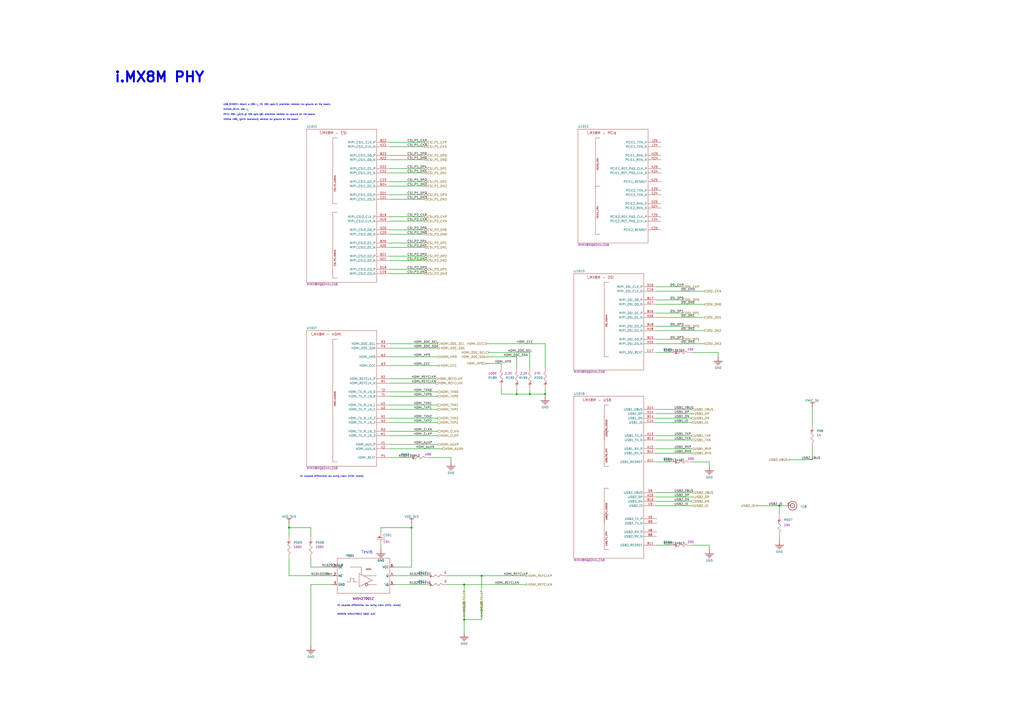
<source format=kicad_sch>
(kicad_sch (version 20231120) (generator "eeschema") (generator_version "8.0")
  (paper "A2")
  (title_block (title "Librem 5 Mainboard") (date "2024-03-21") (rev "v1.0.6") (company "Purism SPC") (comment 1 "GNU GPLv3+") (comment 2 "Copyright"))
  (lib_symbols
    (symbol "C-08_CPU_PHY:GND" (power)
      (property "Reference" "#PWR" (at 0 0 0))
      (property "Value" "GND" (at 0 6.35 0))
      (symbol "GND_0_0"
        (pin power_in line (at 0 0 0) (length 0) hide (name "GND") (number ""))
      )
    )
    (symbol "C-08_CPU_PHY:PMIC_5V" (power)
      (property "Reference" "#PWR" (at 0 0 0))
      (property "Value" "PMIC_5V" (at 0 3.81 0))
      (symbol "PMIC_5V_0_0"
        (pin power_in line (at 0 0 0) (length 0) hide (name "PMIC_5V") (number ""))
      )
    )
    (symbol "C-08_CPU_PHY:VDD_3V3" (power)
      (property "Reference" "#PWR" (at 0 0 0))
      (property "Value" "VDD_3V3" (at 0 3.81 0))
      (symbol "VDD_3V3_0_0"
        (pin power_in line (at 0 0 0) (length 0) hide (name "VDD_3V3") (number ""))
      )
    )
    (symbol "C-08_CPU_PHY:root_0_C0201"
      (symbol "root_0_C0201_1_0"
        (pin passive line (at 2.54 5.08 270) (length 2.54) (name "1") (number "1"))
        (pin passive line (at 2.54 -2.54 90) (length 2.54) (name "2") (number "2"))
      )
    )
    (symbol "C-08_CPU_PHY:root_0_MIMX8MQ6DVAJZAA_BGA621"
      (symbol "root_0_MIMX8MQ6DVAJZAA_BGA621_1_0"
        (text "(LPDDR4/DDR4/DDR3)" (at 30.48 153.162 0) (effects (font (size 0.889 0.889)) (justify left bottom)))
        (text "i.MX8M - DDR" (at 30.48 164.592 0) (effects (font (size 1.524 1.524)) (justify left bottom)))
        (pin passive line (at 104.14 76.2 180) (length 7.62) (name "DRAM_DQ22/DQ6_B/DQL6_B/DQL6_B") (number "AA1"))
        (pin passive line (at -7.62 30.48 0) (length 7.62) (name "DRAM_AC27/PARITY") (number "AA12"))
        (pin passive line (at -7.62 12.7 0) (length 7.62) (name "DRAM_ZN/ZQ/ZQ/ZQ") (number "AA13"))
        (pin passive line (at -7.62 17.78 0) (length 7.62) (name "DRAM_VREF/VREF/VREF/VREF") (number "AA14"))
        (pin passive line (at 104.14 121.92 180) (length 7.62) (name "DRAM_DQ15/DQ15_A/DQU7_A/DQU7_A") (number "AA17"))
        (pin passive line (at 104.14 129.54 180) (length 7.62) (name "DRAM_DQ12/DQ12_A/DQU4_A/DQU4_A") (number "AA18"))
        (pin passive line (at 104.14 124.46 180) (length 7.62) (name "DRAM_DQ14/DQ14_A/DQU6_A/DQU6_A") (number "AA19"))
        (pin passive line (at 104.14 81.28 180) (length 7.62) (name "DRAM_DQ20/DQ4_B/DQL4_B/DQL4_B") (number "AA2"))
        (pin passive line (at 104.14 132.08 180) (length 7.62) (name "DRAM_DQ11/DQ11_A/DQU3_A/DQU3_A") (number "AA20"))
        (pin passive line (at 104.14 137.16 180) (length 7.62) (name "DRAM_DQ09/DQ09_A/DQU1_A/DQU1_A") (number "AA22"))
        (pin passive line (at 104.14 134.62 180) (length 7.62) (name "DRAM_DQ10/DQ10_A/DQU2_A/DQU2_A") (number "AA23"))
        (pin passive line (at 104.14 149.86 180) (length 7.62) (name "DRAM_DQ04/DQ4_A/DQL4_A/DQL4_A") (number "AA24"))
        (pin passive line (at 104.14 144.78 180) (length 7.62) (name "DRAM_DQ06/DQ6_A/DQL6_A/DQL6_A") (number "AA25"))
        (pin passive line (at 104.14 66.04 180) (length 7.62) (name "DRAM_DQ26/DQ10_B/DQU2_B/DQU2_B") (number "AA3"))
        (pin passive line (at 104.14 68.58 180) (length 7.62) (name "DRAM_DQ25/DQ09_B/DQU1_B/DQU1_B") (number "AA4"))
        (pin passive line (at 104.14 63.5 180) (length 7.62) (name "DRAM_DQ27/DQ11_B/DQU3_B/DQU3_B") (number "AA6"))
        (pin passive line (at 104.14 55.88 180) (length 7.62) (name "DRAM_DQ30/DQ14_B/DQU6_B/DQU6_B") (number "AA7"))
        (pin passive line (at 104.14 60.96 180) (length 7.62) (name "DRAM_DQ28/DQ12_B/DQU4_B/DQU4_B") (number "AA8"))
        (pin passive line (at 104.14 53.34 180) (length 7.62) (name "DRAM_DQ31/DQ15_B/DQU7_B/DQU7_B") (number "AA9"))
        (pin passive line (at 104.14 73.66 180) (length 7.62) (name "DRAM_DQ23/DQ7_B/DQL7_B/DQL7_B") (number "AB1"))
        (pin passive line (at -7.62 35.56 0) (length 7.62) (name "DRAM_AC35/RAS_N_/_A16~{/}RAS") (number "AB10"))
        (pin passive line (at -7.62 33.02 0) (length 7.62) (name "DRAM_AC26/BA1/BA1") (number "AB12"))
        (pin passive line (at -7.62 22.86 0) (length 7.62) (name "DRAM_RESET_N/RESET_N/RESET_N~{/}RESET") (number "AB13"))
        (pin passive line (at -7.62 7.62 0) (length 7.62) (name "DRAM_AC19/MTEST/MTEST/MTEST") (number "AB14"))
        (pin passive line (at -7.62 43.18 0) (length 7.62) (name "DRAM_AC07/A9/A9") (number "AB15"))
        (pin passive line (at -7.62 116.84 0) (length 7.62) (name "DRAM_AC14/A4/A4") (number "AB16"))
        (pin passive line (at 104.14 127 180) (length 7.62) (name "DRAM_DQ13/DQ13_A/DQU5_A/DQU5_A") (number "AB19"))
        (pin passive line (at 104.14 114.3 180) (length 7.62) (name "DRAM_DM1/DMI1_A/DMU_N_A_/_DBIU_N_A/DMU_A") (number "AB20"))
        (pin passive line (at 104.14 101.6 180) (length 7.62) (name "DRAM_DQS1_P/DQS1_T_A/DQSU_T_A/DQSU_A") (number "AB21"))
        (pin passive line (at 104.14 139.7 180) (length 7.62) (name "DRAM_DQ08/DQ08_A/DQU0_A/DQU0_A") (number "AB22"))
        (pin passive line (at 104.14 142.24 180) (length 7.62) (name "DRAM_DQ07/DQ7_A/DQL7_A/DQL7_A") (number "AB25"))
        (pin passive line (at 104.14 71.12 180) (length 7.62) (name "DRAM_DQ24/DQ08_B/DQU0_B/DQU0_B") (number "AB4"))
        (pin passive line (at 104.14 33.02 180) (length 7.62) (name "DRAM_DQS3_P/DQS1_T_B/DQSU_T_B/DQSU_B") (number "AB5"))
        (pin passive line (at 104.14 45.72 180) (length 7.62) (name "DRAM_DM3/DMI1_B/DMU_N_B_/_DBIU_N_B/DMU_B") (number "AB6"))
        (pin passive line (at 104.14 58.42 180) (length 7.62) (name "DRAM_DQ29/DQ13_B/DQU5_B/DQU5_B") (number "AB7"))
        (pin passive line (at 104.14 38.1 180) (length 7.62) (name "DRAM_DQS2_N/DQS0_C_B/DQSL_C_B~{/}DQSL_B") (number "AC1"))
        (pin passive line (at -7.62 66.04 0) (length 7.62) (name "DRAM_AC34/WE_N_/_A14~{/}WE") (number "AC10"))
        (pin passive line (at -7.62 38.1 0) (length 7.62) (name "DRAM_AC38/CS1_N~{/}CS1") (number "AC11"))
        (pin passive line (at -7.62 50.8 0) (length 7.62) (name "DRAM_AC36/ODT0/ODT0") (number "AC12"))
        (pin passive line (at -7.62 5.08 0) (length 7.62) (name "DRAM_ALERT_N/MTEST1/ALERT_N_/_MTEST1/MTE") (number "AC13"))
        (pin passive line (at -7.62 45.72 0) (length 7.62) (name "DRAM_AC15/A3/A3") (number "AC15"))
        (pin passive line (at -7.62 134.62 0) (length 7.62) (name "DRAM_AC00/CKE0_A/CKE0/CKE0") (number "AC16"))
        (pin passive line (at -7.62 139.7 0) (length 7.62) (name "DRAM_AC03/CS1_A/C0/") (number "AC18"))
        (pin passive line (at 104.14 40.64 180) (length 7.62) (name "DRAM_DQS2_P/DQS0_T_B/DQSL_T_B/DQSL_B") (number "AC2"))
        (pin passive line (at 104.14 99.06 180) (length 7.62) (name "DRAM_DQS1_N/DQS1_C_A/DQSU_C_A~{/}DQSU_A") (number "AC21"))
        (pin passive line (at 104.14 109.22 180) (length 7.62) (name "DRAM_DQS0_P/DQS0_T_A/DQSL_T_A/DQSL_A") (number "AC24"))
        (pin passive line (at 104.14 106.68 180) (length 7.62) (name "DRAM_DQS0_N/DQS0_C_A/DQSL_C_A~{/}DQSL_A") (number "AC25"))
        (pin passive line (at 104.14 30.48 180) (length 7.62) (name "DRAM_DQS3_N/DQS1_C_B/DQSU_C_B~{/}DQSU_B") (number "AC5"))
        (pin passive line (at -7.62 104.14 0) (length 7.62) (name "DRAM_AC28/CA2_B/A13/A13") (number "AC7"))
        (pin passive line (at -7.62 91.44 0) (length 7.62) (name "DRAM_AC23/CS0_B/") (number "AC9"))
        (pin passive line (at -7.62 83.82 0) (length 7.62) (name "DRAM_AC20/CKE0_B/CK_T_B/CK_B") (number "AD10"))
        (pin passive line (at -7.62 76.2 0) (length 7.62) (name "DRAM_AC24/CK_T_B/A2/A2") (number "AD12"))
        (pin passive line (at -7.62 127 0) (length 7.62) (name "DRAM_AC04/CK_T_A/BG0/BA2") (number "AD14"))
        (pin passive line (at -7.62 55.88 0) (length 7.62) (name "DRAM_AC17/CK_C_A~{/}CK_A") (number "AD15"))
        (pin passive line (at -7.62 160.02 0) (length 7.62) (name "DRAM_AC08/CA0_A/A12/A12_/~{_}BC") (number "AD17"))
        (pin passive line (at -7.62 149.86 0) (length 7.62) (name "DRAM_AC12/CA4_A/A6/A6") (number "AD19"))
        (pin passive line (at 104.14 88.9 180) (length 7.62) (name "DRAM_DQ17/DQ1_B/DQL1_B/DQL1_B") (number "AD2"))
        (pin passive line (at -7.62 154.94 0) (length 7.62) (name "DRAM_AC10/CA2_A/A7/A7") (number "AD20"))
        (pin passive line (at 104.14 152.4 180) (length 7.62) (name "DRAM_DQ03/DQ3_A/DQL3_A/DQL3_A") (number "AD22"))
        (pin passive line (at 104.14 116.84 180) (length 7.62) (name "DRAM_DM0/DMI0_A/DML_N_A_/_DBIL_N_A/DML_A") (number "AD23"))
        (pin passive line (at 104.14 157.48 180) (length 7.62) (name "DRAM_DQ01/DQ1_A/DQL1_A/DQL1_A") (number "AD24"))
        (pin passive line (at 104.14 48.26 180) (length 7.62) (name "DRAM_DM2/DMI0_B/DML_N_B_/_DBIL_N_B/DML_B") (number "AD3"))
        (pin passive line (at 104.14 83.82 180) (length 7.62) (name "DRAM_DQ19/DQ3_B/DQL3_B/DQL3_B") (number "AD4"))
        (pin passive line (at -7.62 96.52 0) (length 7.62) (name "DRAM_AC31/CA5_B/A0/A0") (number "AD6"))
        (pin passive line (at -7.62 88.9 0) (length 7.62) (name "DRAM_AC22/CS1_B/") (number "AD8"))
        (pin passive line (at -7.62 81.28 0) (length 7.62) (name "DRAM_AC21/CKE1_B/CK_C_B~{/}CK_B") (number "AE10"))
        (pin passive line (at -7.62 48.26 0) (length 7.62) (name "DRAM_AC37/ODT1/ODT1") (number "AE11"))
        (pin passive line (at -7.62 73.66 0) (length 7.62) (name "DRAM_AC25/CK_C_B/A1/A1") (number "AE12"))
        (pin passive line (at -7.62 40.64 0) (length 7.62) (name "DRAM_AC06/ACT_N/A15") (number "AE13"))
        (pin passive line (at -7.62 124.46 0) (length 7.62) (name "DRAM_AC05/CK_C_A/BG1/A14") (number "AE14"))
        (pin passive line (at -7.62 53.34 0) (length 7.62) (name "DRAM_AC16/CK_T_A/CK_A") (number "AE15"))
        (pin passive line (at -7.62 157.48 0) (length 7.62) (name "DRAM_AC09/CA1_A/A11/A11") (number "AE16"))
        (pin passive line (at -7.62 132.08 0) (length 7.62) (name "DRAM_AC01/CKE1_A/CKE1/CKE1") (number "AE17"))
        (pin passive line (at -7.62 142.24 0) (length 7.62) (name "DRAM_AC02/CS0_A/CS0_N~{/}CS0") (number "AE18"))
        (pin passive line (at -7.62 147.32 0) (length 7.62) (name "DRAM_AC13/CA5_A/A5/A5") (number "AE19"))
        (pin passive line (at -7.62 152.4 0) (length 7.62) (name "DRAM_AC11/CA3_A/A8/A8") (number "AE20"))
        (pin passive line (at 104.14 154.94 180) (length 7.62) (name "DRAM_DQ02/DQ2_A/DQL2_A/DQL2_A") (number "AE22"))
        (pin passive line (at 104.14 160.02 180) (length 7.62) (name "DRAM_DQ00/DQ0_A/DQL0_A/DQL0_A") (number "AE23"))
        (pin passive line (at 104.14 91.44 180) (length 7.62) (name "DRAM_DQ16/DQ0_B/DQL0_B/DQL0_B") (number "AE3"))
        (pin passive line (at 104.14 86.36 180) (length 7.62) (name "DRAM_DQ18/DQ2_B/DQL2_B/DQL2_B") (number "AE4"))
        (pin passive line (at -7.62 99.06 0) (length 7.62) (name "DRAM_AC30/CA4_B/A10_/_AP/A10_/_AP") (number "AE6"))
        (pin passive line (at -7.62 101.6 0) (length 7.62) (name "DRAM_AC29/CA3_B/BA0/BA0") (number "AE7"))
        (pin passive line (at -7.62 109.22 0) (length 7.62) (name "DRAM_AC32/CA0_B/C2/") (number "AE8"))
        (pin passive line (at -7.62 106.68 0) (length 7.62) (name "DRAM_AC33/CA1_B/CAS_N_/_A15~{/}CAS") (number "AE9"))
        (pin passive line (at 104.14 78.74 180) (length 7.62) (name "DRAM_DQ21/DQ5_B/DQL5_B/DQL5_B") (number "Y1"))
        (pin passive line (at 104.14 147.32 180) (length 7.62) (name "DRAM_DQ05/DQ5_A/DQL5_A/DQL5_A") (number "Y25"))
      )
      (symbol "root_0_MIMX8MQ6DVAJZAA_BGA621_2_0"
        (text "i.MX8M - USB" (at 5.08 90.932 0) (effects (font (size 1.524 1.524)) (justify left bottom)))
        (text "USB_P0_VDD33" (at 19.558 70.358 900) (effects (font (size 0.889 0.889)) (justify left bottom)))
        (text "USB_P0_VPH" (at 19.558 55.372 900) (effects (font (size 0.889 0.889)) (justify left bottom)))
        (text "USB_P1_VDD33" (at 19.558 22.098 900) (effects (font (size 0.889 0.889)) (justify left bottom)))
        (text "USB_P1_VPH" (at 19.558 7.112 900) (effects (font (size 0.889 0.889)) (justify left bottom)))
        (pin passive line (at 48.26 35.56 180) (length 7.62) (name "USB2_DP") (number "A10"))
        (pin passive line (at 48.26 55.88 180) (length 7.62) (name "USB1_RESREF") (number "A11"))
        (pin passive line (at 48.26 63.5 180) (length 7.62) (name "USB1_RX_P") (number "A12"))
        (pin passive line (at 48.26 71.12 180) (length 7.62) (name "USB1_TX_P") (number "A13"))
        (pin passive line (at 48.26 83.82 180) (length 7.62) (name "USB1_DP") (number "A14"))
        (pin passive line (at 48.26 15.24 180) (length 7.62) (name "USB2_RX_P") (number "A8"))
        (pin passive line (at 48.26 22.86 180) (length 7.62) (name "USB2_TX_P") (number "A9"))
        (pin passive line (at 48.26 33.02 180) (length 7.62) (name "USB2_DN") (number "B10"))
        (pin passive line (at 48.26 7.62 180) (length 7.62) (name "USB2_RESREF") (number "B11"))
        (pin passive line (at 48.26 60.96 180) (length 7.62) (name "USB1_RX_N") (number "B12"))
        (pin passive line (at 48.26 68.58 180) (length 7.62) (name "USB1_TX_N") (number "B13"))
        (pin passive line (at 48.26 81.28 180) (length 7.62) (name "USB1_DN") (number "B14"))
        (pin passive line (at 48.26 12.7 180) (length 7.62) (name "USB2_RX_N") (number "B8"))
        (pin passive line (at 48.26 20.32 180) (length 7.62) (name "USB2_TX_N") (number "B9"))
        (pin passive line (at 48.26 78.74 180) (length 7.62) (name "USB1_ID") (number "C14"))
        (pin passive line (at 48.26 30.48 180) (length 7.62) (name "USB2_ID") (number "C9"))
        (pin passive line (at 48.26 86.36 180) (length 7.62) (name "USB1_VBUS") (number "D14"))
        (pin passive line (at 48.26 38.1 180) (length 7.62) (name "USB2_VBUS") (number "D9"))
      )
      (symbol "root_0_MIMX8MQ6DVAJZAA_BGA621_3_0"
        (text "i.MX8M - PCIe" (at 5.08 62.992 0) (effects (font (size 1.524 1.524)) (justify left bottom)))
        (text "PCIE0_VPH" (at 11.938 42.164 900) (effects (font (size 0.889 0.889)) (justify left bottom)))
        (text "PCIE1_VPH" (at 11.938 14.224 900) (effects (font (size 0.889 0.889)) (justify left bottom)))
        (pin passive line (at 48.26 7.62 180) (length 7.62) (name "PCIE2_RESREF") (number "C25"))
        (pin passive line (at 48.26 20.32 180) (length 7.62) (name "PCIE2_RXN_N") (number "D24"))
        (pin passive line (at 48.26 22.86 180) (length 7.62) (name "PCIE2_RXN_P") (number "D25"))
        (pin passive line (at 48.26 27.94 180) (length 7.62) (name "PCIE2_TXN_N") (number "E24"))
        (pin passive line (at 48.26 30.48 180) (length 7.62) (name "PCIE2_TXN_P") (number "E25"))
        (pin passive line (at 48.26 12.7 180) (length 7.62) (name "PCIE2_REF_PAD_CLK_N") (number "F24"))
        (pin passive line (at 48.26 15.24 180) (length 7.62) (name "PCIE2_REF_PAD_CLK_P") (number "F25"))
        (pin passive line (at 48.26 35.56 180) (length 7.62) (name "PCIE1_RESREF") (number "G25"))
        (pin passive line (at 48.26 48.26 180) (length 7.62) (name "PCIE1_RXN_N") (number "H24"))
        (pin passive line (at 48.26 50.8 180) (length 7.62) (name "PCIE1_RXN_P") (number "H25"))
        (pin passive line (at 48.26 55.88 180) (length 7.62) (name "PCIE1_TXN_N") (number "J24"))
        (pin passive line (at 48.26 58.42 180) (length 7.62) (name "PCIE1_TXN_P") (number "J25"))
        (pin passive line (at 48.26 40.64 180) (length 7.62) (name "PCIE1_REF_PAD_CLK_N") (number "K24"))
        (pin passive line (at 48.26 43.18 180) (length 7.62) (name "PCIE1_REF_PAD_CLK_P") (number "K25"))
      )
      (symbol "root_0_MIMX8MQ6DVAJZAA_BGA621_4_0"
        (text "DSI_VDDHA" (at 19.558 24.892 900) (effects (font (size 0.889 0.889)) (justify left bottom)))
        (text "i.MX8M - DSI" (at 7.62 52.832 0) (effects (font (size 1.524 1.524)) (justify left bottom)))
        (pin passive line (at 48.26 15.24 180) (length 7.62) (name "MIPI_DSI_D3_N") (number "A15"))
        (pin passive line (at 48.26 30.48 180) (length 7.62) (name "MIPI_DSI_D1_N") (number "A16"))
        (pin passive line (at 48.26 38.1 180) (length 7.62) (name "MIPI_DSI_D0_N") (number "A17"))
        (pin passive line (at 48.26 22.86 180) (length 7.62) (name "MIPI_DSI_D2_N") (number "A18"))
        (pin passive line (at 48.26 17.78 180) (length 7.62) (name "MIPI_DSI_D3_P") (number "B15"))
        (pin passive line (at 48.26 33.02 180) (length 7.62) (name "MIPI_DSI_D1_P") (number "B16"))
        (pin passive line (at 48.26 40.64 180) (length 7.62) (name "MIPI_DSI_D0_P") (number "B17"))
        (pin passive line (at 48.26 25.4 180) (length 7.62) (name "MIPI_DSI_D2_P") (number "B18"))
        (pin passive line (at 48.26 45.72 180) (length 7.62) (name "MIPI_DSI_CLK_N") (number "C16"))
        (pin passive line (at 48.26 10.16 180) (length 7.62) (name "MIPI_DSI_REXT") (number "C17"))
        (pin passive line (at 48.26 48.26 180) (length 7.62) (name "MIPI_DSI_CLK_P") (number "D16"))
      )
      (symbol "root_0_MIMX8MQ6DVAJZAA_BGA621_5_0"
        (text "CSI_P1_VDDHA" (at 17.018 52.578 900) (effects (font (size 0.889 0.889)) (justify left bottom)))
        (text "CSI_P2_VDDHA" (at 17.018 9.398 900) (effects (font (size 0.889 0.889)) (justify left bottom)))
        (text "i.MX8M - CSI" (at 7.62 85.852 0) (effects (font (size 1.524 1.524)) (justify left bottom)))
        (pin passive line (at 48.26 35.56 180) (length 7.62) (name "MIPI_CSI2_CLK_N") (number "A19"))
        (pin passive line (at 48.26 20.32 180) (length 7.62) (name "MIPI_CSI2_D1_N") (number "A20"))
        (pin passive line (at 48.26 12.7 180) (length 7.62) (name "MIPI_CSI2_D2_N") (number "A21"))
        (pin passive line (at 48.26 78.74 180) (length 7.62) (name "MIPI_CSI1_CLK_N") (number "A22"))
        (pin passive line (at 48.26 71.12 180) (length 7.62) (name "MIPI_CSI1_D0_N") (number "A23"))
        (pin passive line (at 48.26 38.1 180) (length 7.62) (name "MIPI_CSI2_CLK_P") (number "B19"))
        (pin passive line (at 48.26 22.86 180) (length 7.62) (name "MIPI_CSI2_D1_P") (number "B20"))
        (pin passive line (at 48.26 15.24 180) (length 7.62) (name "MIPI_CSI2_D2_P") (number "B21"))
        (pin passive line (at 48.26 81.28 180) (length 7.62) (name "MIPI_CSI1_CLK_P") (number "B22"))
        (pin passive line (at 48.26 73.66 180) (length 7.62) (name "MIPI_CSI1_D0_P") (number "B23"))
        (pin passive line (at 48.26 55.88 180) (length 7.62) (name "MIPI_CSI1_D2_N") (number "B24"))
        (pin passive line (at 48.26 5.08 180) (length 7.62) (name "MIPI_CSI2_D3_N") (number "C19"))
        (pin passive line (at 48.26 27.94 180) (length 7.62) (name "MIPI_CSI2_D0_N") (number "C20"))
        (pin passive line (at 48.26 48.26 180) (length 7.62) (name "MIPI_CSI1_D3_N") (number "C21"))
        (pin passive line (at 48.26 63.5 180) (length 7.62) (name "MIPI_CSI1_D1_N") (number "C22"))
        (pin passive line (at 48.26 58.42 180) (length 7.62) (name "MIPI_CSI1_D2_P") (number "C23"))
        (pin passive line (at 48.26 7.62 180) (length 7.62) (name "MIPI_CSI2_D3_P") (number "D19"))
        (pin passive line (at 48.26 30.48 180) (length 7.62) (name "MIPI_CSI2_D0_P") (number "D20"))
        (pin passive line (at 48.26 50.8 180) (length 7.62) (name "MIPI_CSI1_D3_P") (number "D21"))
        (pin passive line (at 48.26 66.04 180) (length 7.62) (name "MIPI_CSI1_D1_P") (number "D22"))
      )
      (symbol "root_0_MIMX8MQ6DVAJZAA_BGA621_6_0"
        (text "HDMI_AVDDIO" (at 17.018 34.798 900) (effects (font (size 0.889 0.889)) (justify left bottom)))
        (text "i.MX8M - HDMI" (at 2.54 75.692 0) (effects (font (size 1.524 1.524)) (justify left bottom)))
        (pin passive line (at 48.26 17.78 180) (length 7.62) (name "HDMI_TX_P_LN_3") (number "M1"))
        (pin passive line (at 48.26 20.32 180) (length 7.62) (name "HDMI_TX_M_LN_3") (number "M2"))
        (pin passive line (at 48.26 27.94 180) (length 7.62) (name "HDMI_TX_M_LN_2") (number "N1"))
        (pin passive line (at 48.26 25.4 180) (length 7.62) (name "HDMI_TX_P_LN_2") (number "N2"))
        (pin passive line (at 48.26 5.08 180) (length 7.62) (name "HDMI_REXT") (number "P1"))
        (pin passive line (at 48.26 68.58 180) (length 7.62) (name "HDMI_DDC_SDA") (number "P3"))
        (pin passive line (at 48.26 48.26 180) (length 7.62) (name "HDMI_REFCLK_N") (number "R1"))
        (pin passive line (at 48.26 50.8 180) (length 7.62) (name "HDMI_REFCLK_P") (number "R2"))
        (pin passive line (at 48.26 71.12 180) (length 7.62) (name "HDMI_DDC_SCL") (number "R3"))
        (pin passive line (at 48.26 40.64 180) (length 7.62) (name "HDMI_TX_P_LN_0") (number "T1"))
        (pin passive line (at 48.26 43.18 180) (length 7.62) (name "HDMI_TX_M_LN_0") (number "T2"))
        (pin passive line (at 48.26 35.56 180) (length 7.62) (name "HDMI_TX_M_LN_1") (number "U1"))
        (pin passive line (at 48.26 33.02 180) (length 7.62) (name "HDMI_TX_P_LN_1") (number "U2"))
        (pin passive line (at 48.26 12.7 180) (length 7.62) (name "HDMI_AUX_P") (number "V1"))
        (pin passive line (at 48.26 10.16 180) (length 7.62) (name "HDMI_AUX_N") (number "V2"))
        (pin passive line (at 48.26 63.5 180) (length 7.62) (name "HDMI_HPD") (number "W2"))
        (pin passive line (at 48.26 58.42 180) (length 7.62) (name "HDMI_CEC") (number "W3"))
      )
      (symbol "root_0_MIMX8MQ6DVAJZAA_BGA621_7_0"
        (text "i.MX8M - SAI" (at 12.7 96.012 0) (effects (font (size 1.524 1.524)) (justify left bottom)))
        (text "NVCC_SAI1" (at 32.512 51.816 900) (effects (font (size 0.889 0.889)) (justify left bottom)))
        (text "NVCC_SAI2" (at 32.512 8.636 900) (effects (font (size 0.889 0.889)) (justify left bottom)))
        (text "NVCC_SAI3" (at 24.13 55.88 900) (effects (font (size 0.889 0.889)) (justify left bottom)))
        (text "NVCC_SAI5" (at 24.13 86.36 900) (effects (font (size 0.889 0.889)) (justify left bottom)))
        (pin passive line (at 60.96 91.44 180) (length 7.62) (name "SAI1_MCLK") (number "A3"))
        (pin passive line (at 60.96 73.66 180) (length 7.62) (name "SAI1_TXD2") (number "B2"))
        (pin passive line (at 60.96 63.5 180) (length 7.62) (name "SAI1_TXD6") (number "B3"))
        (pin passive line (at 60.96 60.96 180) (length 7.62) (name "SAI1_TXD7") (number "C1"))
        (pin passive line (at 60.96 66.04 180) (length 7.62) (name "SAI1_TXD5") (number "C2"))
        (pin passive line (at -7.62 55.88 0) (length 7.62) (name "SAI3_TXD") (number "C3"))
        (pin passive line (at -7.62 58.42 0) (length 7.62) (name "SAI3_TXC") (number "C4"))
        (pin passive line (at 60.96 71.12 180) (length 7.62) (name "SAI1_TXD3") (number "D1"))
        (pin passive line (at 60.96 68.58 180) (length 7.62) (name "SAI1_TXD4") (number "D2"))
        (pin passive line (at -7.62 66.04 0) (length 7.62) (name "SAI3_MCLK") (number "D3"))
        (pin passive line (at 60.96 83.82 180) (length 7.62) (name "SAI1_TXC") (number "E1"))
        (pin passive line (at 60.96 76.2 180) (length 7.62) (name "SAI1_TXD1") (number "E2"))
        (pin passive line (at -7.62 35.56 0) (length 7.62) (name "SPDIF_EXT_CLK") (number "E6"))
        (pin passive line (at 60.96 35.56 180) (length 7.62) (name "SAI1_RXD5") (number "F1"))
        (pin passive line (at 60.96 78.74 180) (length 7.62) (name "SAI1_TXD0") (number "F2"))
        (pin passive line (at -7.62 45.72 0) (length 7.62) (name "SAI3_RXD") (number "F3"))
        (pin passive line (at -7.62 48.26 0) (length 7.62) (name "SAI3_RXC") (number "F4"))
        (pin passive line (at -7.62 40.64 0) (length 7.62) (name "SPDIF_TX") (number "F6"))
        (pin passive line (at 60.96 30.48 180) (length 7.62) (name "SAI1_RXD7") (number "G1"))
        (pin passive line (at 60.96 33.02 180) (length 7.62) (name "SAI1_RXD6") (number "G2"))
        (pin passive line (at -7.62 60.96 0) (length 7.62) (name "SAI3_TXFS") (number "G3"))
        (pin passive line (at -7.62 50.8 0) (length 7.62) (name "SAI3_RXFS") (number "G4"))
        (pin passive line (at 60.96 15.24 180) (length 7.62) (name "SAI2_TXD0") (number "G5"))
        (pin passive line (at -7.62 38.1 0) (length 7.62) (name "SPDIF_RX") (number "G6"))
        (pin passive line (at 60.96 86.36 180) (length 7.62) (name "SAI1_TXFS") (number "H1"))
        (pin passive line (at 60.96 43.18 180) (length 7.62) (name "SAI1_RXD2") (number "H2"))
        (pin passive line (at 60.96 7.62 180) (length 7.62) (name "SAI2_RXC") (number "H3"))
        (pin passive line (at 60.96 20.32 180) (length 7.62) (name "SAI2_TXFS") (number "H4"))
        (pin passive line (at 60.96 25.4 180) (length 7.62) (name "SAI2_MCLK") (number "H5"))
        (pin passive line (at 60.96 5.08 180) (length 7.62) (name "SAI2_RXD0") (number "H6"))
        (pin passive line (at 60.96 38.1 180) (length 7.62) (name "SAI1_RXD4") (number "J1"))
        (pin passive line (at 60.96 40.64 180) (length 7.62) (name "SAI1_RXD3") (number "J2"))
        (pin passive line (at 60.96 10.16 180) (length 7.62) (name "SAI2_RXFS") (number "J4"))
        (pin passive line (at 60.96 17.78 180) (length 7.62) (name "SAI2_TXC") (number "J5"))
        (pin passive line (at 60.96 53.34 180) (length 7.62) (name "SAI1_RXC") (number "K1"))
        (pin passive line (at 60.96 48.26 180) (length 7.62) (name "SAI1_RXD0") (number "K2"))
        (pin passive line (at -7.62 91.44 0) (length 7.62) (name "SAI5_MCLK") (number "K4"))
        (pin passive line (at -7.62 71.12 0) (length 7.62) (name "SAI5_RXD3") (number "K5"))
        (pin passive line (at 60.96 55.88 180) (length 7.62) (name "SAI1_RXFS") (number "L1"))
        (pin passive line (at 60.96 45.72 180) (length 7.62) (name "SAI1_RXD1") (number "L2"))
        (pin passive line (at -7.62 76.2 0) (length 7.62) (name "SAI5_RXD1") (number "L4"))
        (pin passive line (at -7.62 83.82 0) (length 7.62) (name "SAI5_RXC") (number "L5"))
        (pin passive line (at -7.62 73.66 0) (length 7.62) (name "SAI5_RXD2") (number "M4"))
        (pin passive line (at -7.62 78.74 0) (length 7.62) (name "SAI5_RXD0") (number "M5"))
        (pin passive line (at -7.62 86.36 0) (length 7.62) (name "SAI5_RXFS") (number "N4"))
      )
      (symbol "root_0_MIMX8MQ6DVAJZAA_BGA621_8_0"
        (text "i.MX8M - NAND" (at 2.54 62.992 0) (effects (font (size 1.524 1.524)) (justify left bottom)))
        (text "NVCC_NAND" (at 14.478 27.432 900) (effects (font (size 0.889 0.889)) (justify left bottom)))
        (pin passive line (at 45.72 53.34 180) (length 7.62) (name "NAND_CE2_B") (number "F21"))
        (pin passive line (at 45.72 45.72 180) (length 7.62) (name "NAND_ALE") (number "G19"))
        (pin passive line (at 45.72 22.86 180) (length 7.62) (name "NAND_DATA00") (number "G20"))
        (pin passive line (at 45.72 55.88 180) (length 7.62) (name "NAND_CE1_B") (number "G21"))
        (pin passive line (at 45.72 58.42 180) (length 7.62) (name "NAND_CE0_B") (number "H19"))
        (pin passive line (at 45.72 50.8 180) (length 7.62) (name "NAND_CE3_B") (number "H20"))
        (pin passive line (at 45.72 43.18 180) (length 7.62) (name "NAND_CLE") (number "H21"))
        (pin passive line (at 45.72 17.78 180) (length 7.62) (name "NAND_DATA02") (number "H22"))
        (pin passive line (at 45.72 20.32 180) (length 7.62) (name "NAND_DATA01") (number "J20"))
        (pin passive line (at 45.72 15.24 180) (length 7.62) (name "NAND_DATA03") (number "J21"))
        (pin passive line (at 45.72 10.16 180) (length 7.62) (name "NAND_DATA05") (number "J22"))
        (pin passive line (at 45.72 40.64 180) (length 7.62) (name "NAND_RE_B") (number "K19"))
        (pin passive line (at 45.72 33.02 180) (length 7.62) (name "NAND_READY_B") (number "K20"))
        (pin passive line (at 45.72 35.56 180) (length 7.62) (name "NAND_WP_B") (number "K21"))
        (pin passive line (at 45.72 38.1 180) (length 7.62) (name "NAND_WE_B") (number "K22"))
        (pin passive line (at 45.72 7.62 180) (length 7.62) (name "NAND_DATA06") (number "L19"))
        (pin passive line (at 45.72 12.7 180) (length 7.62) (name "NAND_DATA04") (number "L20"))
        (pin passive line (at 45.72 5.08 180) (length 7.62) (name "NAND_DATA07") (number "M19"))
        (pin passive line (at 45.72 27.94 180) (length 7.62) (name "NAND_DQS") (number "M20"))
      )
      (symbol "root_0_MIMX8MQ6DVAJZAA_BGA621_9_0"
        (text "i.MX8M - SD" (at 10.16 42.672 0) (effects (font (size 1.524 1.524)) (justify left bottom)))
        (text "NVCC_SD1" (at 16.256 27.94 900) (effects (font (size 0.889 0.889)) (justify left bottom)))
        (text "NVCC_SD2" (at 27.178 17.272 900) (effects (font (size 0.889 0.889)) (justify left bottom)))
        (pin passive line (at 50.8 15.24 180) (length 7.62) (name "SD2_CD_B") (number "L21"))
        (pin passive line (at 50.8 38.1 180) (length 7.62) (name "SD2_CLK") (number "L22"))
        (pin passive line (at -7.62 35.56 0) (length 7.62) (name "SD1_CMD") (number "L24"))
        (pin passive line (at -7.62 38.1 0) (length 7.62) (name "SD1_CLK") (number "L25"))
        (pin passive line (at 50.8 17.78 180) (length 7.62) (name "SD2_WP") (number "M21"))
        (pin passive line (at 50.8 35.56 180) (length 7.62) (name "SD2_CMD") (number "M22"))
        (pin passive line (at -7.62 27.94 0) (length 7.62) (name "SD1_DATA1") (number "M24"))
        (pin passive line (at -7.62 30.48 0) (length 7.62) (name "SD1_DATA0") (number "M25"))
        (pin passive line (at 50.8 27.94 180) (length 7.62) (name "SD2_DATA1") (number "N21"))
        (pin passive line (at 50.8 30.48 180) (length 7.62) (name "SD2_DATA0") (number "N22"))
        (pin passive line (at -7.62 20.32 0) (length 7.62) (name "SD1_DATA4") (number "N24"))
        (pin passive line (at -7.62 25.4 0) (length 7.62) (name "SD1_DATA2") (number "N25"))
        (pin passive line (at 50.8 22.86 180) (length 7.62) (name "SD2_DATA3") (number "P21"))
        (pin passive line (at 50.8 25.4 180) (length 7.62) (name "SD2_DATA2") (number "P22"))
        (pin passive line (at -7.62 17.78 0) (length 7.62) (name "SD1_DATA5") (number "P24"))
        (pin passive line (at -7.62 22.86 0) (length 7.62) (name "SD1_DATA3") (number "P25"))
        (pin passive line (at 50.8 12.7 180) (length 7.62) (name "SD2_RESET_B") (number "R22"))
        (pin passive line (at -7.62 7.62 0) (length 7.62) (name "SD1_RESET_B") (number "R24"))
        (pin passive line (at -7.62 15.24 0) (length 7.62) (name "SD1_DATA6") (number "R25"))
        (pin passive line (at -7.62 5.08 0) (length 7.62) (name "SD1_STROBE") (number "T24"))
        (pin passive line (at -7.62 12.7 0) (length 7.62) (name "SD1_DATA7") (number "T25"))
      )
      (symbol "root_0_MIMX8MQ6DVAJZAA_BGA621_10_0"
        (text "i.MX8M - eNET" (at 2.54 52.832 0) (effects (font (size 1.524 1.524)) (justify left bottom)))
        (text "NVCC_ENET" (at 19.558 22.098 900) (effects (font (size 0.889 0.889)) (justify left bottom)))
        (pin passive line (at 45.72 43.18 180) (length 7.62) (name "ENET_MDIO") (number "N19"))
        (pin passive line (at 45.72 45.72 180) (length 7.62) (name "ENET_MDC") (number "N20"))
        (pin passive line (at 45.72 38.1 180) (length 7.62) (name "ENET_TX_CTL") (number "P19"))
        (pin passive line (at 45.72 25.4 180) (length 7.62) (name "ENET_TD3") (number "P20"))
        (pin passive line (at 45.72 27.94 180) (length 7.62) (name "ENET_TD2") (number "R19"))
        (pin passive line (at 45.72 33.02 180) (length 7.62) (name "ENET_TD0") (number "R20"))
        (pin passive line (at 45.72 30.48 180) (length 7.62) (name "ENET_TD1") (number "R21"))
        (pin passive line (at 45.72 35.56 180) (length 7.62) (name "ENET_TXC") (number "T19"))
        (pin passive line (at 45.72 17.78 180) (length 7.62) (name "ENET_RXC") (number "T20"))
        (pin passive line (at 45.72 20.32 180) (length 7.62) (name "ENET_RX_CTL") (number "T21"))
        (pin passive line (at 45.72 15.24 180) (length 7.62) (name "ENET_RD0") (number "U19"))
        (pin passive line (at 45.72 10.16 180) (length 7.62) (name "ENET_RD2") (number "U20"))
        (pin passive line (at 45.72 12.7 180) (length 7.62) (name "ENET_RD1") (number "U21"))
        (pin passive line (at 45.72 7.62 180) (length 7.62) (name "ENET_RD3") (number "V19"))
      )
      (symbol "root_0_MIMX8MQ6DVAJZAA_BGA621_11_0"
        (text "NVCC_ECSPI" (at 24.638 47.244 900) (effects (font (size 0.889 0.889)) (justify left bottom)))
        (text "NVCC_GPIO1" (at 24.638 17.272 900) (effects (font (size 0.889 0.889)) (justify left bottom)))
        (text "NVCC_I2C" (at 13.716 30.48 900) (effects (font (size 0.889 0.889)) (justify left bottom)))
        (text "NVCC_UART" (at 13.716 60.96 900) (effects (font (size 0.889 0.889)) (justify left bottom)))
        (pin passive line (at 50.8 66.04 180) (length 7.62) (name "ECSPI1_MOSI") (number "A4"))
        (pin passive line (at 50.8 55.88 180) (length 7.62) (name "ECSPI2_SS0") (number "A5"))
        (pin passive line (at -7.62 53.34 0) (length 7.62) (name "UART3_RXD") (number "A6"))
        (pin passive line (at -7.62 66.04 0) (length 7.62) (name "UART1_TXD") (number "A7"))
        (pin passive line (at 50.8 63.5 180) (length 7.62) (name "ECSPI1_MISO") (number "B4"))
        (pin passive line (at 50.8 50.8 180) (length 7.62) (name "ECSPI2_MISO") (number "B5"))
        (pin passive line (at -7.62 60.96 0) (length 7.62) (name "UART2_RXD") (number "B6"))
        (pin passive line (at -7.62 50.8 0) (length 7.62) (name "UART3_TXD") (number "B7"))
        (pin passive line (at 50.8 48.26 180) (length 7.62) (name "ECSPI2_SCLK") (number "C5"))
        (pin passive line (at -7.62 45.72 0) (length 7.62) (name "UART4_RXD") (number "C6"))
        (pin passive line (at -7.62 68.58 0) (length 7.62) (name "UART1_RXD") (number "C7"))
        (pin passive line (at 50.8 68.58 180) (length 7.62) (name "ECSPI1_SS0") (number "D4"))
        (pin passive line (at 50.8 60.96 180) (length 7.62) (name "ECSPI1_SCLK") (number "D5"))
        (pin passive line (at -7.62 58.42 0) (length 7.62) (name "UART2_TXD") (number "D6"))
        (pin passive line (at -7.62 43.18 0) (length 7.62) (name "UART4_TXD") (number "D7"))
        (pin passive line (at 50.8 53.34 180) (length 7.62) (name "ECSPI2_MOSI") (number "E5"))
        (pin passive line (at -7.62 38.1 0) (length 7.62) (name "I2C1_SCL") (number "E7"))
        (pin passive line (at -7.62 35.56 0) (length 7.62) (name "I2C1_SDA") (number "E8"))
        (pin passive line (at -7.62 20.32 0) (length 7.62) (name "I2C3_SDA") (number "E9"))
        (pin passive line (at -7.62 27.94 0) (length 7.62) (name "I2C2_SDA") (number "F7"))
        (pin passive line (at -7.62 15.24 0) (length 7.62) (name "I2C4_SCL") (number "F8"))
        (pin passive line (at -7.62 12.7 0) (length 7.62) (name "I2C4_SDA") (number "F9"))
        (pin passive line (at -7.62 30.48 0) (length 7.62) (name "I2C2_SCL") (number "G7"))
        (pin passive line (at -7.62 22.86 0) (length 7.62) (name "I2C3_SCL") (number "G8"))
        (pin passive line (at 50.8 5.08 180) (length 7.62) (name "GPIO1_IO15") (number "J6"))
        (pin passive line (at 50.8 10.16 180) (length 7.62) (name "GPIO1_IO13") (number "K6"))
        (pin passive line (at 50.8 7.62 180) (length 7.62) (name "GPIO1_IO14") (number "K7"))
        (pin passive line (at 50.8 15.24 180) (length 7.62) (name "GPIO1_IO11") (number "L6"))
        (pin passive line (at 50.8 12.7 180) (length 7.62) (name "GPIO1_IO12") (number "L7"))
        (pin passive line (at 50.8 20.32 180) (length 7.62) (name "GPIO1_IO09") (number "M6"))
        (pin passive line (at 50.8 17.78 180) (length 7.62) (name "GPIO1_IO10") (number "M7"))
        (pin passive line (at 50.8 27.94 180) (length 7.62) (name "GPIO1_IO06") (number "N5"))
        (pin passive line (at 50.8 25.4 180) (length 7.62) (name "GPIO1_IO07") (number "N6"))
        (pin passive line (at 50.8 22.86 180) (length 7.62) (name "GPIO1_IO08") (number "N7"))
        (pin passive line (at 50.8 35.56 180) (length 7.62) (name "GPIO1_IO03") (number "P4"))
        (pin passive line (at 50.8 33.02 180) (length 7.62) (name "GPIO1_IO04") (number "P5"))
        (pin passive line (at 50.8 30.48 180) (length 7.62) (name "GPIO1_IO05") (number "P7"))
        (pin passive line (at 50.8 38.1 180) (length 7.62) (name "GPIO1_IO02") (number "R4"))
        (pin passive line (at 50.8 43.18 180) (length 7.62) (name "GPIO1_IO00") (number "T6"))
        (pin passive line (at 50.8 40.64 180) (length 7.62) (name "GPIO1_IO01") (number "T7"))
      )
      (symbol "root_0_MIMX8MQ6DVAJZAA_BGA621_12_0"
        (text "i.MX8M - MISC" (at 10.16 62.992 0) (effects (font (size 1.524 1.524)) (justify left bottom)))
        (text "NVCC_JTAG" (at 32.258 40.132 900) (effects (font (size 0.889 0.889)) (justify left bottom)))
        (text "NVCC_SNVS" (at 24.638 40.132 900) (effects (font (size 0.889 0.889)) (justify left bottom)))
        (text "VDDA" (at 25.4 13.462 0) (effects (font (size 0.889 0.889)) (justify left bottom)))
        (pin passive line (at 60.96 25.4 180) (length 7.62) (name "CLK1_P") (number "R23"))
        (pin passive line (at 60.96 17.78 180) (length 7.62) (name "CLK2_P") (number "T22"))
        (pin passive line (at 60.96 22.86 180) (length 7.62) (name "CLK1_N") (number "T23"))
        (pin passive line (at 60.96 45.72 180) (length 7.62) (name "JTAG_TCK") (number "T5"))
        (pin passive line (at 60.96 15.24 180) (length 7.62) (name "CLK2_N") (number "U22"))
        (pin passive line (at -7.62 17.78 0) (length 7.62) (name "XTALO_25M") (number "U24"))
        (pin passive line (at -7.62 20.32 0) (length 7.62) (name "XTALI_25M") (number "U25"))
        (pin passive line (at 60.96 38.1 180) (length 7.62) (name "JTAG_TDO") (number "U5"))
        (pin passive line (at 60.96 35.56 180) (length 7.62) (name "JTAG_TRST_B") (number "U6"))
        (pin passive line (at 60.96 33.02 180) (length 7.62) (name "JTAG_MOD") (number "U7"))
        (pin passive line (at -7.62 45.72 0) (length 7.62) (name "PMIC_ON_REQ") (number "V20"))
        (pin passive line (at -7.62 48.26 0) (length 7.62) (name "PMIC_STBY_REQ") (number "V21"))
        (pin passive line (at -7.62 35.56 0) (length 7.62) (name "RTC") (number "V22"))
        (pin passive line (at -7.62 7.62 0) (length 7.62) (name "XTALO_27M") (number "V24"))
        (pin passive line (at -7.62 10.16 0) (length 7.62) (name "XTALI_27M") (number "V25"))
        (pin passive line (at 60.96 43.18 180) (length 7.62) (name "JTAG_TMS") (number "V5"))
        (pin passive line (at 60.96 55.88 180) (length 7.62) (name "BOOT_MODE1") (number "V6"))
        (pin passive line (at 60.96 50.8 180) (length 7.62) (name "TEST_MODE") (number "V7"))
        (pin passive line (at -7.62 33.02 0) (length 7.62) (name "RTC_RESET_B") (number "W19"))
        (pin passive line (at -7.62 53.34 0) (length 7.62) (name "POR_B") (number "W20"))
        (pin passive line (at -7.62 58.42 0) (length 7.62) (name "ONOFF") (number "W21"))
        (pin passive line (at 60.96 40.64 180) (length 7.62) (name "JTAG_TDI") (number "W5"))
        (pin passive line (at 60.96 58.42 180) (length 7.62) (name "BOOT_MODE0") (number "W6"))
      )
      (symbol "root_0_MIMX8MQ6DVAJZAA_BGA621_13_0"
        (pin power_in line (at -7.62 45.72 0) (length 7.62) (name "NVCC_DRAM2") (number "AA10"))
        (pin power_in line (at -7.62 83.82 0) (length 7.62) (name "VDDA_DRAM") (number "AA11"))
        (pin power_in line (at -7.62 40.64 0) (length 7.62) (name "NVCC_DRAM4") (number "AA15"))
        (pin power_in line (at -7.62 43.18 0) (length 7.62) (name "NVCC_DRAM3") (number "AB17"))
        (pin power_in line (at -7.62 48.26 0) (length 7.62) (name "NVCC_DRAM1") (number "AB23"))
        (pin power_in line (at -7.62 35.56 0) (length 7.62) (name "NVCC_DRAM6") (number "AB3"))
        (pin power_in line (at -7.62 38.1 0) (length 7.62) (name "NVCC_DRAM5") (number "AB8"))
        (pin power_in line (at -7.62 33.02 0) (length 7.62) (name "NVCC_DRAM7") (number "AC14"))
        (pin power_in line (at -7.62 30.48 0) (length 7.62) (name "NVCC_DRAM8") (number "AC17"))
        (pin power_in line (at -7.62 27.94 0) (length 7.62) (name "NVCC_DRAM9") (number "AC20"))
        (pin power_in line (at -7.62 22.86 0) (length 7.62) (name "NVCC_DRAM11") (number "AC23"))
        (pin power_in line (at -7.62 25.4 0) (length 7.62) (name "NVCC_DRAM10") (number "AC3"))
        (pin power_in line (at -7.62 17.78 0) (length 7.62) (name "NVCC_DRAM13") (number "AC6"))
        (pin power_in line (at -7.62 20.32 0) (length 7.62) (name "NVCC_DRAM12") (number "AC8"))
        (pin power_in line (at -7.62 12.7 0) (length 7.62) (name "NVCC_DRAM15") (number "AD18"))
        (pin power_in line (at -7.62 15.24 0) (length 7.62) (name "NVCC_DRAM14") (number "AD21"))
        (pin power_in line (at -7.62 10.16 0) (length 7.62) (name "NVCC_DRAM16") (number "AD5"))
        (pin power_in line (at 50.8 218.44 180) (length 7.62) (name "USB2_VPTX") (number "C11"))
        (pin power_in line (at 50.8 220.98 180) (length 7.62) (name "USB1_VPTX") (number "C12"))
        (pin power_in line (at 50.8 132.08 180) (length 7.62) (name "MIPI_VDDHA1") (number "C18"))
        (pin power_in line (at 50.8 213.36 180) (length 7.62) (name "USB2_VP") (number "D11"))
        (pin power_in line (at 50.8 215.9 180) (length 7.62) (name "USB1_VP") (number "D12"))
        (pin power_in line (at 50.8 129.54 180) (length 7.62) (name "MIPI_VDDHA2") (number "D17"))
        (pin power_in line (at 50.8 127 180) (length 7.62) (name "MIPI_VDDHA3") (number "D18"))
        (pin power_in line (at 50.8 264.16 180) (length 7.62) (name "NVCC_UART") (number "D8"))
        (pin power_in line (at 50.8 208.28 180) (length 7.62) (name "USB2_DVDD") (number "E11"))
        (pin power_in line (at 50.8 210.82 180) (length 7.62) (name "USB1_DVDD") (number "E12"))
        (pin power_in line (at 50.8 114.3 180) (length 7.62) (name "MIPI_VDD1") (number "E15"))
        (pin power_in line (at 50.8 124.46 180) (length 7.62) (name "MIPI_VDDA1") (number "E17"))
        (pin power_in line (at 50.8 121.92 180) (length 7.62) (name "MIPI_VDDA2") (number "E18"))
        (pin power_in line (at 50.8 276.86 180) (length 7.62) (name "NVCC_SAI3") (number "E3"))
        (pin power_in line (at 50.8 223.52 180) (length 7.62) (name "USB2_VPH") (number "F11"))
        (pin power_in line (at 50.8 226.06 180) (length 7.62) (name "USB1_VPH") (number "F12"))
        (pin power_in line (at 50.8 111.76 180) (length 7.62) (name "MIPI_VDD2") (number "F15"))
        (pin power_in line (at 50.8 119.38 180) (length 7.62) (name "MIPI_VDDA3") (number "F17"))
        (pin power_in line (at 50.8 116.84 180) (length 7.62) (name "MIPI_VDDA4") (number "F18"))
        (pin power_in line (at 50.8 109.22 180) (length 7.62) (name "MIPI_VDDPLL") (number "F19"))
        (pin passive line (at 50.8 175.26 180) (length 7.62) (name "PCIE_VP2") (number "F22"))
        (pin passive line (at 50.8 180.34 180) (length 7.62) (name "PCIE_VPTX2") (number "F23"))
        (pin power_in line (at 50.8 261.62 180) (length 7.62) (name "NVCC_ECSPI") (number "F5"))
        (pin power_in line (at 50.8 228.6 180) (length 7.62) (name "USB2_VDD33") (number "G11"))
        (pin power_in line (at 50.8 231.14 180) (length 7.62) (name "USB1_VDD33") (number "G12"))
        (pin power_in line (at -7.62 190.5 0) (length 7.62) (name "VDD_ARM13") (number "G14"))
        (pin power_in line (at -7.62 220.98 0) (length 7.62) (name "VDD_ARM1") (number "G15"))
        (pin power_in line (at -7.62 205.74 0) (length 7.62) (name "VDD_ARM7") (number "G16"))
        (pin passive line (at 50.8 177.8 180) (length 7.62) (name "PCIE_VP1") (number "G22"))
        (pin passive line (at 50.8 182.88 180) (length 7.62) (name "PCIE_VPTX1") (number "G23"))
        (pin power_in line (at -7.62 187.96 0) (length 7.62) (name "VDD_ARM14") (number "H14"))
        (pin power_in line (at -7.62 218.44 0) (length 7.62) (name "VDD_ARM2") (number "H15"))
        (pin power_in line (at -7.62 203.2 0) (length 7.62) (name "VDD_ARM8") (number "H16"))
        (pin passive line (at 50.8 187.96 180) (length 7.62) (name "PCIE_VPH1") (number "H23"))
        (pin power_in line (at 50.8 266.7 180) (length 7.62) (name "NVCC_I2C") (number "H7"))
        (pin power_in line (at -7.62 154.94 0) (length 7.62) (name "VDD_GPU5") (number "J10"))
        (pin power_in line (at -7.62 215.9 0) (length 7.62) (name "VDD_ARM3") (number "J15"))
        (pin power_in line (at -7.62 200.66 0) (length 7.62) (name "VDD_ARM9") (number "J16"))
        (pin passive line (at 50.8 185.42 180) (length 7.62) (name "PCIE_VPH2") (number "J23"))
        (pin power_in line (at 50.8 279.4 180) (length 7.62) (name "NVCC_SAI2") (number "J7"))
        (pin power_in line (at -7.62 165.1 0) (length 7.62) (name "VDD_GPU1") (number "J9"))
        (pin power_in line (at -7.62 152.4 0) (length 7.62) (name "VDD_GPU6") (number "K10"))
        (pin power_in line (at -7.62 259.08 0) (length 7.62) (name "VDD_SOC11") (number "K12"))
        (pin power_in line (at -7.62 81.28 0) (length 7.62) (name "VDDA_1P8_FPLL_ARM") (number "K14"))
        (pin power_in line (at -7.62 213.36 0) (length 7.62) (name "VDD_ARM4") (number "K15"))
        (pin power_in line (at -7.62 198.12 0) (length 7.62) (name "VDD_ARM10") (number "K16"))
        (pin power_in line (at 50.8 281.94 180) (length 7.62) (name "NVCC_SAI1_2") (number "K3"))
        (pin power_in line (at -7.62 162.56 0) (length 7.62) (name "VDD_GPU2") (number "K9"))
        (pin power_in line (at -7.62 149.86 0) (length 7.62) (name "VDD_GPU7") (number "L10"))
        (pin power_in line (at -7.62 256.54 0) (length 7.62) (name "VDD_SOC12") (number "L12"))
        (pin power_in line (at -7.62 243.84 0) (length 7.62) (name "VDD_SOC17") (number "L13"))
        (pin power_in line (at -7.62 210.82 0) (length 7.62) (name "VDD_ARM5") (number "L15"))
        (pin power_in line (at -7.62 195.58 0) (length 7.62) (name "VDD_ARM11") (number "L16"))
        (pin power_in line (at 50.8 289.56 180) (length 7.62) (name "NVCC_NAND1") (number "L18"))
        (pin power_in line (at 50.8 256.54 180) (length 7.62) (name "NVCC_SD1_2") (number "L23"))
        (pin power_in line (at 50.8 284.48 180) (length 7.62) (name "NVCC_SAI1_1") (number "L3"))
        (pin power_in line (at -7.62 160.02 0) (length 7.62) (name "VDD_GPU3") (number "L9"))
        (pin power_in line (at -7.62 147.32 0) (length 7.62) (name "VDD_GPU8") (number "M10"))
        (pin power_in line (at -7.62 254 0) (length 7.62) (name "VDD_SOC13") (number "M12"))
        (pin power_in line (at -7.62 241.3 0) (length 7.62) (name "VDD_SOC18") (number "M13"))
        (pin power_in line (at -7.62 208.28 0) (length 7.62) (name "VDD_ARM6") (number "M15"))
        (pin power_in line (at -7.62 193.04 0) (length 7.62) (name "VDD_ARM12") (number "M16"))
        (pin power_in line (at 50.8 287.02 180) (length 7.62) (name "NVCC_NAND2") (number "M18"))
        (pin power_in line (at 50.8 259.08 180) (length 7.62) (name "NVCC_SD1_1") (number "M23"))
        (pin power_in line (at 50.8 274.32 180) (length 7.62) (name "NVCC_SAI5") (number "M3"))
        (pin power_in line (at -7.62 157.48 0) (length 7.62) (name "VDD_GPU4") (number "M9"))
        (pin power_in line (at -7.62 175.26 0) (length 7.62) (name "VDD_VPU3") (number "N10"))
        (pin power_in line (at -7.62 73.66 0) (length 7.62) (name "VDDA_1P8_SPLL_VIDEO2") (number "N11"))
        (pin power_in line (at -7.62 238.76 0) (length 7.62) (name "VDD_SOC19") (number "N13"))
        (pin power_in line (at 50.8 254 180) (length 7.62) (name "NVCC_SD2") (number "N23"))
        (pin power_in line (at -7.62 180.34 0) (length 7.62) (name "VDD_VPU1") (number "N8"))
        (pin power_in line (at -7.62 177.8 0) (length 7.62) (name "VDD_VPU2") (number "N9"))
        (pin power_in line (at -7.62 170.18 0) (length 7.62) (name "VDD_VPU5") (number "P10"))
        (pin power_in line (at -7.62 248.92 0) (length 7.62) (name "VDD_SOC15") (number "P12"))
        (pin power_in line (at -7.62 236.22 0) (length 7.62) (name "VDD_SOC20") (number "P13"))
        (pin power_in line (at -7.62 246.38 0) (length 7.62) (name "VDD_SOC16") (number "P15"))
        (pin power_in line (at -7.62 251.46 0) (length 7.62) (name "VDD_SOC14") (number "P16"))
        (pin power_in line (at 50.8 157.48 180) (length 7.62) (name "HDMI_AVDDIO") (number "P2"))
        (pin power_in line (at -7.62 172.72 0) (length 7.62) (name "VDD_VPU4") (number "P9"))
        (pin power_in line (at -7.62 279.4 0) (length 7.62) (name "VDD_SOC3") (number "R10"))
        (pin power_in line (at -7.62 276.86 0) (length 7.62) (name "VDD_SOC4") (number "R11"))
        (pin power_in line (at -7.62 274.32 0) (length 7.62) (name "VDD_SOC5") (number "R12"))
        (pin power_in line (at -7.62 271.78 0) (length 7.62) (name "VDD_SOC6") (number "R13"))
        (pin power_in line (at -7.62 269.24 0) (length 7.62) (name "VDD_SOC7") (number "R14"))
        (pin power_in line (at -7.62 266.7 0) (length 7.62) (name "VDD_SOC8") (number "R15"))
        (pin power_in line (at -7.62 264.16 0) (length 7.62) (name "VDD_SOC9") (number "R16"))
        (pin passive line (at -7.62 53.34 0) (length 7.62) (name "EFUSE_VQPS") (number "R17"))
        (pin power_in line (at -7.62 289.56 0) (length 7.62) (name "VDD_SNVS") (number "R18"))
        (pin power_in line (at 50.8 271.78 180) (length 7.62) (name "NVCC_GPIO1") (number "R5"))
        (pin power_in line (at 50.8 269.24 180) (length 7.62) (name "NVCC_GPIO2") (number "R6"))
        (pin power_in line (at -7.62 284.48 0) (length 7.62) (name "VDD_SOC1") (number "R8"))
        (pin power_in line (at -7.62 281.94 0) (length 7.62) (name "VDD_SOC2") (number "R9"))
        (pin power_in line (at -7.62 71.12 0) (length 7.62) (name "VDDA_1P8_SPLL_DRAM") (number "T15"))
        (pin power_in line (at -7.62 63.5 0) (length 7.62) (name "VDDA_1P8_TSENSOR") (number "T16"))
        (pin power_in line (at -7.62 233.68 0) (length 7.62) (name "VDD_SOC21") (number "T17"))
        (pin power_in line (at 50.8 251.46 180) (length 7.62) (name "NVCC_ENET") (number "T18"))
        (pin power_in line (at -7.62 261.62 0) (length 7.62) (name "VDD_SOC10") (number "T8"))
        (pin power_in line (at -7.62 114.3 0) (length 7.62) (name "VDD_DRAM11") (number "U10"))
        (pin power_in line (at -7.62 121.92 0) (length 7.62) (name "VDD_DRAM8") (number "U11"))
        (pin power_in line (at -7.62 116.84 0) (length 7.62) (name "VDD_DRAM10") (number "U12"))
        (pin power_in line (at -7.62 111.76 0) (length 7.62) (name "VDD_DRAM12") (number "U13"))
        (pin power_in line (at -7.62 119.38 0) (length 7.62) (name "VDD_DRAM9") (number "U14"))
        (pin power_in line (at -7.62 78.74 0) (length 7.62) (name "VDDA_1P8_FPLL") (number "U17"))
        (pin power_in line (at -7.62 66.04 0) (length 7.62) (name "VDDA_1P8_LVDS") (number "U23"))
        (pin power_in line (at 50.8 152.4 180) (length 7.62) (name "HDMI_AVDDCORE2") (number "U3"))
        (pin power_in line (at 50.8 149.86 180) (length 7.62) (name "HDMI_AVDDCORE1") (number "U4"))
        (pin power_in line (at -7.62 124.46 0) (length 7.62) (name "VDD_DRAM7") (number "V10"))
        (pin power_in line (at -7.62 127 0) (length 7.62) (name "VDD_DRAM6") (number "V11"))
        (pin power_in line (at -7.62 129.54 0) (length 7.62) (name "VDD_DRAM5") (number "V12"))
        (pin power_in line (at -7.62 132.08 0) (length 7.62) (name "VDD_DRAM4") (number "V13"))
        (pin power_in line (at -7.62 134.62 0) (length 7.62) (name "VDD_DRAM3") (number "V14"))
        (pin power_in line (at -7.62 137.16 0) (length 7.62) (name "VDD_DRAM2") (number "V15"))
        (pin power_in line (at -7.62 228.6 0) (length 7.62) (name "VDDA_0P9") (number "V18"))
        (pin power_in line (at 50.8 154.94 180) (length 7.62) (name "HDMI_AVDDCLK") (number "V3"))
        (pin power_in line (at -7.62 139.7 0) (length 7.62) (name "VDD_DRAM1") (number "V9"))
        (pin power_in line (at -7.62 76.2 0) (length 7.62) (name "VDDA_1P8_SPLL") (number "W17"))
        (pin power_in line (at -7.62 292.1 0) (length 7.62) (name "NVCC_SNVS") (number "W18"))
        (pin power_in line (at -7.62 60.96 0) (length 7.62) (name "VDDA_1P8_XTAL_27M") (number "W23"))
        (pin power_in line (at -7.62 58.42 0) (length 7.62) (name "VDDA_1P8_XTAL_25M") (number "W24"))
        (pin power_in line (at 50.8 292.1 180) (length 7.62) (name "NVCC_JTAG") (number "W4"))
        (pin power_in line (at -7.62 96.52 0) (length 7.62) (name "VDD_DRAM18") (number "Y10"))
        (pin power_in line (at -7.62 5.08 0) (length 7.62) (name "NVCC_DRAM18") (number "Y12"))
        (pin power_in line (at -7.62 7.62 0) (length 7.62) (name "NVCC_DRAM17") (number "Y14"))
        (pin power_in line (at -7.62 99.06 0) (length 7.62) (name "VDD_DRAM17") (number "Y16"))
        (pin power_in line (at -7.62 101.6 0) (length 7.62) (name "VDD_DRAM16") (number "Y18"))
        (pin power_in line (at -7.62 104.14 0) (length 7.62) (name "VDD_DRAM15") (number "Y20"))
        (pin power_in line (at -7.62 109.22 0) (length 7.62) (name "VDD_DRAM13") (number "Y6"))
        (pin power_in line (at -7.62 106.68 0) (length 7.62) (name "VDD_DRAM14") (number "Y8"))
      )
      (symbol "root_0_MIMX8MQ6DVAJZAA_BGA621_14_0"
        (pin power_in line (at 53.34 154.94 180) (length 7.62) (name "VSS12") (number "A2"))
        (pin power_in line (at 53.34 170.18 180) (length 7.62) (name "VSS6") (number "A24"))
        (pin power_in line (at -7.62 137.16 0) (length 7.62) (name "VSS124") (number "AA16"))
        (pin power_in line (at -7.62 139.7 0) (length 7.62) (name "VSS125") (number "AA21"))
        (pin power_in line (at -7.62 134.62 0) (length 7.62) (name "VSS123") (number "AA5"))
        (pin power_in line (at -7.62 147.32 0) (length 7.62) (name "VSS128") (number "AB11"))
        (pin power_in line (at -7.62 149.86 0) (length 7.62) (name "VSS129") (number "AB18"))
        (pin power_in line (at -7.62 142.24 0) (length 7.62) (name "VSS126") (number "AB2"))
        (pin power_in line (at -7.62 152.4 0) (length 7.62) (name "VSS130") (number "AB24"))
        (pin power_in line (at -7.62 144.78 0) (length 7.62) (name "VSS127") (number "AB9"))
        (pin power_in line (at -7.62 157.48 0) (length 7.62) (name "VSS132") (number "AC19"))
        (pin power_in line (at -7.62 160.02 0) (length 7.62) (name "VSS133") (number "AC22"))
        (pin power_in line (at -7.62 154.94 0) (length 7.62) (name "VSS131") (number "AC4"))
        (pin power_in line (at -7.62 162.56 0) (length 7.62) (name "VSS134") (number "AD1"))
        (pin power_in line (at -7.62 170.18 0) (length 7.62) (name "VSS137") (number "AD11"))
        (pin power_in line (at -7.62 172.72 0) (length 7.62) (name "VSS138") (number "AD13"))
        (pin power_in line (at -7.62 175.26 0) (length 7.62) (name "VSS139") (number "AD16"))
        (pin power_in line (at -7.62 177.8 0) (length 7.62) (name "VSS140") (number "AD25"))
        (pin power_in line (at -7.62 165.1 0) (length 7.62) (name "VSS135") (number "AD7"))
        (pin power_in line (at -7.62 167.64 0) (length 7.62) (name "VSS136") (number "AD9"))
        (pin power_in line (at -7.62 180.34 0) (length 7.62) (name "VSS141") (number "AE2"))
        (pin power_in line (at -7.62 45.72 0) (length 7.62) (name "VSS88") (number "AE21"))
        (pin power_in line (at -7.62 66.04 0) (length 7.62) (name "VSS96") (number "AE24"))
        (pin power_in line (at -7.62 43.18 0) (length 7.62) (name "VSS87") (number "AE5"))
        (pin power_in line (at 53.34 76.2 180) (length 7.62) (name "VSS43") (number "B1"))
        (pin power_in line (at 53.34 182.88 180) (length 7.62) (name "VSS1") (number "B25"))
        (pin power_in line (at 53.34 177.8 180) (length 7.62) (name "VSS3") (number "C10"))
        (pin power_in line (at 53.34 175.26 180) (length 7.62) (name "VSS4") (number "C13"))
        (pin power_in line (at 53.34 172.72 180) (length 7.62) (name "VSS5") (number "C15"))
        (pin power_in line (at 53.34 167.64 180) (length 7.62) (name "VSS7") (number "C24"))
        (pin power_in line (at 53.34 180.34 180) (length 7.62) (name "VSS2") (number "C8"))
        (pin power_in line (at 53.34 165.1 180) (length 7.62) (name "VSS8") (number "D10"))
        (pin power_in line (at 53.34 162.56 180) (length 7.62) (name "VSS9") (number "D13"))
        (pin power_in line (at 53.34 160.02 180) (length 7.62) (name "VSS10") (number "D15"))
        (pin power_in line (at 53.34 157.48 180) (length 7.62) (name "VSS11") (number "D23"))
        (pin power_in line (at 53.34 149.86 180) (length 7.62) (name "VSS14") (number "E10"))
        (pin power_in line (at 53.34 147.32 180) (length 7.62) (name "VSS15") (number "E13"))
        (pin power_in line (at 53.34 144.78 180) (length 7.62) (name "VSS16") (number "E14"))
        (pin power_in line (at 53.34 139.7 180) (length 7.62) (name "VSS18") (number "E16"))
        (pin power_in line (at 53.34 137.16 180) (length 7.62) (name "VSS19") (number "E19"))
        (pin power_in line (at 53.34 142.24 180) (length 7.62) (name "VSS17") (number "E20"))
        (pin power_in line (at 53.34 134.62 180) (length 7.62) (name "VSS20") (number "E21"))
        (pin power_in line (at 53.34 132.08 180) (length 7.62) (name "VSS21") (number "E22"))
        (pin power_in line (at 53.34 129.54 180) (length 7.62) (name "VSS22") (number "E23"))
        (pin power_in line (at 53.34 152.4 180) (length 7.62) (name "VSS13") (number "E4"))
        (pin power_in line (at 53.34 127 180) (length 7.62) (name "VSS23") (number "F10"))
        (pin power_in line (at 53.34 124.46 180) (length 7.62) (name "VSS24") (number "F13"))
        (pin power_in line (at 53.34 121.92 180) (length 7.62) (name "VSS25") (number "F14"))
        (pin power_in line (at 53.34 116.84 180) (length 7.62) (name "VSS27") (number "F16"))
        (pin power_in line (at 53.34 119.38 180) (length 7.62) (name "VSS26") (number "F20"))
        (pin power_in line (at 53.34 111.76 180) (length 7.62) (name "VSS29") (number "G10"))
        (pin power_in line (at 53.34 109.22 180) (length 7.62) (name "VSS30") (number "G13"))
        (pin power_in line (at 53.34 106.68 180) (length 7.62) (name "VSS31") (number "G17"))
        (pin power_in line (at 53.34 104.14 180) (length 7.62) (name "VSS32") (number "G18"))
        (pin power_in line (at 53.34 101.6 180) (length 7.62) (name "VSS33") (number "G24"))
        (pin power_in line (at 53.34 114.3 180) (length 7.62) (name "VSS28") (number "G9"))
        (pin power_in line (at 53.34 93.98 180) (length 7.62) (name "VSS36") (number "H10"))
        (pin power_in line (at 53.34 91.44 180) (length 7.62) (name "VSS37") (number "H11"))
        (pin power_in line (at 53.34 88.9 180) (length 7.62) (name "VSS38") (number "H12"))
        (pin power_in line (at 53.34 86.36 180) (length 7.62) (name "VSS39") (number "H13"))
        (pin power_in line (at 53.34 83.82 180) (length 7.62) (name "VSS40") (number "H17"))
        (pin power_in line (at 53.34 81.28 180) (length 7.62) (name "VSS41") (number "H18"))
        (pin power_in line (at 53.34 99.06 180) (length 7.62) (name "VSS34") (number "H8"))
        (pin power_in line (at 53.34 96.52 180) (length 7.62) (name "VSS35") (number "H9"))
        (pin power_in line (at 53.34 71.12 180) (length 7.62) (name "VSS45") (number "J11"))
        (pin power_in line (at 53.34 68.58 180) (length 7.62) (name "VSS46") (number "J12"))
        (pin power_in line (at 53.34 66.04 180) (length 7.62) (name "VSS47") (number "J13"))
        (pin power_in line (at 53.34 63.5 180) (length 7.62) (name "VSS48") (number "J14"))
        (pin power_in line (at 53.34 60.96 180) (length 7.62) (name "VSS49") (number "J17"))
        (pin power_in line (at 53.34 58.42 180) (length 7.62) (name "VSS50") (number "J18"))
        (pin power_in line (at 53.34 55.88 180) (length 7.62) (name "VSS51") (number "J19"))
        (pin power_in line (at 53.34 78.74 180) (length 7.62) (name "VSS42") (number "J3"))
        (pin power_in line (at 53.34 73.66 180) (length 7.62) (name "VSS44") (number "J8"))
        (pin power_in line (at 53.34 50.8 180) (length 7.62) (name "VSS53") (number "K11"))
        (pin power_in line (at -7.62 195.58 0) (length 7.62) (name "VSSA_FPLL_ARM") (number "K13"))
        (pin power_in line (at 53.34 45.72 180) (length 7.62) (name "VSS55") (number "K17"))
        (pin power_in line (at 53.34 43.18 180) (length 7.62) (name "VSS56") (number "K18"))
        (pin power_in line (at 53.34 40.64 180) (length 7.62) (name "VSS57") (number "K23"))
        (pin power_in line (at 53.34 53.34 180) (length 7.62) (name "VSS52") (number "K8"))
        (pin power_in line (at 53.34 35.56 180) (length 7.62) (name "VSS59") (number "L11"))
        (pin power_in line (at 53.34 33.02 180) (length 7.62) (name "VSS60") (number "L14"))
        (pin power_in line (at 53.34 30.48 180) (length 7.62) (name "VSS61") (number "L17"))
        (pin power_in line (at 53.34 38.1 180) (length 7.62) (name "VSS58") (number "L8"))
        (pin power_in line (at 53.34 25.4 180) (length 7.62) (name "VSS63") (number "M11"))
        (pin power_in line (at 53.34 22.86 180) (length 7.62) (name "VSS64") (number "M14"))
        (pin power_in line (at 53.34 20.32 180) (length 7.62) (name "VSS65") (number "M17"))
        (pin power_in line (at 53.34 27.94 180) (length 7.62) (name "VSS62") (number "M8"))
        (pin power_in line (at -7.62 190.5 0) (length 7.62) (name "VSSA_SPLL_VIDEO2") (number "N12"))
        (pin power_in line (at 53.34 12.7 180) (length 7.62) (name "VSS68") (number "N14"))
        (pin power_in line (at -7.62 10.16 0) (length 7.62) (name "VSS74") (number "N15"))
        (pin power_in line (at -7.62 7.62 0) (length 7.62) (name "VSS73") (number "N16"))
        (pin power_in line (at 53.34 15.24 180) (length 7.62) (name "VSS67") (number "N17"))
        (pin power_in line (at 53.34 48.26 180) (length 7.62) (name "VSS54") (number "N18"))
        (pin power_in line (at 53.34 17.78 180) (length 7.62) (name "VSS66") (number "N3"))
        (pin power_in line (at 53.34 5.08 180) (length 7.62) (name "VSS71") (number "P11"))
        (pin power_in line (at -7.62 5.08 0) (length 7.62) (name "VSS72") (number "P14"))
        (pin power_in line (at -7.62 12.7 0) (length 7.62) (name "VSS75") (number "P17"))
        (pin power_in line (at -7.62 15.24 0) (length 7.62) (name "VSS76") (number "P18"))
        (pin power_in line (at -7.62 17.78 0) (length 7.62) (name "VSS77") (number "P23"))
        (pin power_in line (at 53.34 10.16 180) (length 7.62) (name "VSS69") (number "P6"))
        (pin power_in line (at 53.34 7.62 180) (length 7.62) (name "VSS70") (number "P8"))
        (pin power_in line (at -7.62 20.32 0) (length 7.62) (name "VSS78") (number "R7"))
        (pin power_in line (at -7.62 33.02 0) (length 7.62) (name "VSS83") (number "T10"))
        (pin power_in line (at -7.62 35.56 0) (length 7.62) (name "VSS84") (number "T11"))
        (pin power_in line (at -7.62 38.1 0) (length 7.62) (name "VSS85") (number "T12"))
        (pin power_in line (at -7.62 40.64 0) (length 7.62) (name "VSS86") (number "T13"))
        (pin power_in line (at -7.62 185.42 0) (length 7.62) (name "VSSA_SPLL_DRAM") (number "T14"))
        (pin power_in line (at -7.62 25.4 0) (length 7.62) (name "VSS80") (number "T3"))
        (pin power_in line (at -7.62 27.94 0) (length 7.62) (name "VSS81") (number "T4"))
        (pin power_in line (at -7.62 30.48 0) (length 7.62) (name "VSS82") (number "T9"))
        (pin power_in line (at -7.62 53.34 0) (length 7.62) (name "VSS91") (number "U15"))
        (pin power_in line (at -7.62 193.04 0) (length 7.62) (name "VSSA_FPLL") (number "U16"))
        (pin power_in line (at -7.62 55.88 0) (length 7.62) (name "VSS92") (number "U18"))
        (pin power_in line (at -7.62 48.26 0) (length 7.62) (name "VSS89") (number "U8"))
        (pin power_in line (at -7.62 50.8 0) (length 7.62) (name "VSS90") (number "U9"))
        (pin power_in line (at -7.62 63.5 0) (length 7.62) (name "VSS95") (number "V16"))
        (pin power_in line (at -7.62 187.96 0) (length 7.62) (name "VSSA_SPLL") (number "V17"))
        (pin power_in line (at 53.34 195.58 180) (length 7.62) (name "VSSA_XTAL_25M") (number "V23"))
        (pin power_in line (at -7.62 58.42 0) (length 7.62) (name "VSS93") (number "V4"))
        (pin power_in line (at -7.62 60.96 0) (length 7.62) (name "VSS94") (number "V8"))
        (pin power_in line (at -7.62 68.58 0) (length 7.62) (name "VSS97") (number "W1"))
        (pin power_in line (at -7.62 76.2 0) (length 7.62) (name "VSS100") (number "W10"))
        (pin power_in line (at -7.62 78.74 0) (length 7.62) (name "VSS101") (number "W11"))
        (pin power_in line (at -7.62 81.28 0) (length 7.62) (name "VSS102") (number "W12"))
        (pin power_in line (at -7.62 83.82 0) (length 7.62) (name "VSS103") (number "W13"))
        (pin power_in line (at -7.62 86.36 0) (length 7.62) (name "VSS104") (number "W14"))
        (pin power_in line (at -7.62 88.9 0) (length 7.62) (name "VSS105") (number "W15"))
        (pin power_in line (at -7.62 91.44 0) (length 7.62) (name "VSS106") (number "W16"))
        (pin power_in line (at 53.34 193.04 180) (length 7.62) (name "VSSA_XTAL_27M") (number "W22"))
        (pin power_in line (at -7.62 93.98 0) (length 7.62) (name "VSS107") (number "W25"))
        (pin power_in line (at -7.62 71.12 0) (length 7.62) (name "VSS98") (number "W7"))
        (pin power_in line (at -7.62 73.66 0) (length 7.62) (name "VSS99") (number "W8"))
        (pin power_in line (at -7.62 22.86 0) (length 7.62) (name "VSS79") (number "W9"))
        (pin power_in line (at -7.62 111.76 0) (length 7.62) (name "VSS114") (number "Y11"))
        (pin power_in line (at -7.62 114.3 0) (length 7.62) (name "VSS115") (number "Y13"))
        (pin power_in line (at -7.62 116.84 0) (length 7.62) (name "VSS116") (number "Y15"))
        (pin power_in line (at -7.62 119.38 0) (length 7.62) (name "VSS117") (number "Y17"))
        (pin power_in line (at -7.62 121.92 0) (length 7.62) (name "VSS118") (number "Y19"))
        (pin power_in line (at -7.62 96.52 0) (length 7.62) (name "VSS108") (number "Y2"))
        (pin power_in line (at -7.62 124.46 0) (length 7.62) (name "VSS119") (number "Y21"))
        (pin power_in line (at -7.62 127 0) (length 7.62) (name "VSS120") (number "Y22"))
        (pin power_in line (at -7.62 129.54 0) (length 7.62) (name "VSS121") (number "Y23"))
        (pin power_in line (at -7.62 132.08 0) (length 7.62) (name "VSS122") (number "Y24"))
        (pin power_in line (at -7.62 99.06 0) (length 7.62) (name "VSS109") (number "Y3"))
        (pin power_in line (at -7.62 101.6 0) (length 7.62) (name "VSS110") (number "Y4"))
        (pin power_in line (at -7.62 104.14 0) (length 7.62) (name "VSS111") (number "Y5"))
        (pin power_in line (at -7.62 106.68 0) (length 7.62) (name "VSS112") (number "Y7"))
        (pin power_in line (at -7.62 109.22 0) (length 7.62) (name "VSS113") (number "Y9"))
      )
    )
    (symbol "C-08_CPU_PHY:root_0_NX5427001Z_6P"
      (symbol "root_0_NX5427001Z_6P_1_0"
        (text "HCSL" (at 16.51 13.462 0) (effects (font (size 0.889 0.889)) (justify left bottom)))
        (pin passive line (at -2.54 15.24 0) (length 2.54) (name "OE") (number "1"))
        (pin passive line (at -2.54 10.16 0) (length 2.54) (name "NC") (number "2"))
        (pin power_in line (at -2.54 5.08 0) (length 2.54) (name "GND") (number "3"))
        (pin passive line (at 33.02 10.16 180) (length 2.54) (name "Q") (number "4"))
        (pin passive line (at 33.02 5.08 180) (length 2.54) (name "\\Q") (number "5"))
        (pin power_in line (at 33.02 15.24 180) (length 2.54) (name "VCC") (number "6"))
      )
    )
    (symbol "C-08_CPU_PHY:root_0_RES_2"
      (symbol "root_0_RES_2_1_0"
        (pin passive line (at 2.54 10.16 270) (length 2.54) (name "1") (number "1"))
        (pin passive line (at 2.54 -2.54 90) (length 2.54) (name "2") (number "2"))
      )
    )
    (symbol "C-08_CPU_PHY:root_0_TEST-POINT"
      (symbol "root_0_TEST-POINT_1_0"
        (pin passive line (at -5.08 0 0) (length 5.08) (name "1") (number "1"))
      )
    )
    (symbol "C-08_CPU_PHY:root_1_RES_2"
      (symbol "root_1_RES_2_1_0"
        (pin passive line (at -10.16 2.54 0) (length 2.54) (name "1") (number "1"))
        (pin passive line (at 2.54 2.54 180) (length 2.54) (name "2") (number "2"))
      )
    )
    (symbol "C-08_CPU_PHY:root_2_RES_2"
      (symbol "root_2_RES_2_1_0"
        (pin passive line (at -2.54 -10.16 90) (length 2.54) (name "1") (number "1"))
        (pin passive line (at -2.54 2.54 270) (length 2.54) (name "2") (number "2"))
      )
    )
  )
  (junction (at 307.34 228.6))
  (junction (at 269.24 359.41))
  (junction (at 167.64 306.07))
  (junction (at 279.4 334.01))
  (junction (at 238.76 306.07))
  (junction (at 269.24 339.09))
  (junction (at 316.23 228.6))
  (junction (at 299.72 228.6))
  (junction (at 452.12 293.37))
  (wire (pts (xy 279.4 341.63) (xy 279.4 357.886)) (stroke (width 0.0508)))
  (wire (pts (xy 226.06 100.33) (xy 246.38 100.33)) (stroke (width 0.254)))
  (wire (pts (xy 226.06 105.41) (xy 246.38 105.41)) (stroke (width 0.254)))
  (wire (pts (xy 269.24 341.63) (xy 269.24 339.09)) (stroke (width 0.254)))
  (wire (pts (xy 226.06 252.73) (xy 254 252.73)) (stroke (width 0.254)))
  (wire (pts (xy 381 267.97) (xy 388.62 267.97)) (stroke (width 0.254)))
  (wire (pts (xy 381 181.61) (xy 396.24 181.61)) (stroke (width 0.254)))
  (wire (pts (xy 236.22 265.43) (xy 226.06 265.43)) (stroke (width 0.254)))
  (wire (pts (xy 381 242.57) (xy 401.32 242.57)) (stroke (width 0.254)))
  (wire (pts (xy 238.76 306.07) (xy 238.76 328.93)) (stroke (width 0.254)))
  (wire (pts (xy 226.06 113.03) (xy 246.38 113.03)) (stroke (width 0.254)))
  (wire (pts (xy 471.17 259.08) (xy 471.17 266.7)) (stroke (width 0.254)))
  (wire (pts (xy 299.72 207.01) (xy 283.21 207.01)) (stroke (width 0.254)))
  (wire (pts (xy 316.23 213.36) (xy 316.23 199.39)) (stroke (width 0.254)))
  (wire (pts (xy 226.06 260.35) (xy 256.54 260.35)) (stroke (width 0.254)))
  (wire (pts (xy 193.04 328.93) (xy 180.34 328.93)) (stroke (width 0.254)))
  (wire (pts (xy 167.64 306.07) (xy 180.34 306.07)) (stroke (width 0.254)))
  (wire (pts (xy 381 189.23) (xy 396.24 189.23)) (stroke (width 0.254)))
  (wire (pts (xy 226.06 201.93) (xy 254 201.93)) (stroke (width 0.254)))
  (wire (pts (xy 226.06 128.27) (xy 246.38 128.27)) (stroke (width 0.254)))
  (wire (pts (xy 307.34 226.06) (xy 307.34 228.6)) (stroke (width 0.254)))
  (wire (pts (xy 381 184.15) (xy 408.94 184.15)) (stroke (width 0.254)))
  (wire (pts (xy 439.42 293.37) (xy 452.12 293.37)) (stroke (width 0.254)))
  (wire (pts (xy 167.64 334.01) (xy 167.64 323.85)) (stroke (width 0.254)))
  (wire (pts (xy 226.06 222.25) (xy 252.73 222.25)) (stroke (width 0.254)))
  (wire (pts (xy 381 262.89) (xy 401.32 262.89)) (stroke (width 0.254)))
  (wire (pts (xy 381 255.27) (xy 401.32 255.27)) (stroke (width 0.254)))
  (wire (pts (xy 226.06 151.13) (xy 246.38 151.13)) (stroke (width 0.254)))
  (wire (pts (xy 226.06 199.39) (xy 254 199.39)) (stroke (width 0.254)))
  (wire (pts (xy 279.4 334.01) (xy 259.08 334.01)) (stroke (width 0.254)))
  (wire (pts (xy 226.06 156.21) (xy 246.38 156.21)) (stroke (width 0.254)))
  (wire (pts (xy 226.06 237.49) (xy 254 237.49)) (stroke (width 0.254)))
  (wire (pts (xy 226.06 143.51) (xy 246.38 143.51)) (stroke (width 0.254)))
  (wire (pts (xy 381 168.91) (xy 408.94 168.91)) (stroke (width 0.254)))
  (wire (pts (xy 299.72 213.36) (xy 299.72 207.01)) (stroke (width 0.254)))
  (wire (pts (xy 269.24 339.09) (xy 259.08 339.09)) (stroke (width 0.254)))
  (wire (pts (xy 411.48 316.23) (xy 401.32 316.23)) (stroke (width 0.254)))
  (wire (pts (xy 226.06 148.59) (xy 246.38 148.59)) (stroke (width 0.254)))
  (wire (pts (xy 269.24 359.41) (xy 279.4 359.41)) (stroke (width 0.254)))
  (wire (pts (xy 381 285.75) (xy 401.32 285.75)) (stroke (width 0.254)))
  (wire (pts (xy 193.04 334.01) (xy 167.64 334.01)) (stroke (width 0.254)))
  (wire (pts (xy 299.72 226.06) (xy 299.72 228.6)) (stroke (width 0.254)))
  (wire (pts (xy 307.34 213.36) (xy 307.34 204.47)) (stroke (width 0.254)))
  (wire (pts (xy 381 252.73) (xy 401.32 252.73)) (stroke (width 0.254)))
  (wire (pts (xy 381 240.03) (xy 401.32 240.03)) (stroke (width 0.254)))
  (wire (pts (xy 381 237.49) (xy 401.32 237.49)) (stroke (width 0.254)))
  (wire (pts (xy 226.06 92.71) (xy 246.38 92.71)) (stroke (width 0.254)))
  (wire (pts (xy 411.48 270.51) (xy 411.48 267.97)) (stroke (width 0.254)))
  (wire (pts (xy 226.06 242.57) (xy 254 242.57)) (stroke (width 0.254)))
  (wire (pts (xy 269.24 354.33) (xy 269.24 359.41)) (stroke (width 0.254)))
  (wire (pts (xy 279.4 334.01) (xy 304.8 334.01)) (stroke (width 0.254)))
  (wire (pts (xy 226.06 125.73) (xy 246.38 125.73)) (stroke (width 0.254)))
  (wire (pts (xy 411.48 267.97) (xy 401.32 267.97)) (stroke (width 0.254)))
  (wire (pts (xy 238.76 328.93) (xy 228.6 328.93)) (stroke (width 0.254)))
  (wire (pts (xy 269.24 359.41) (xy 269.24 367.03)) (stroke (width 0.254)))
  (wire (pts (xy 226.06 158.75) (xy 246.38 158.75)) (stroke (width 0.254)))
  (wire (pts (xy 226.06 107.95) (xy 246.38 107.95)) (stroke (width 0.254)))
  (wire (pts (xy 226.06 229.87) (xy 254 229.87)) (stroke (width 0.254)))
  (wire (pts (xy 220.98 318.77) (xy 220.98 316.23)) (stroke (width 0.254)))
  (wire (pts (xy 452.12 313.69) (xy 452.12 311.15)) (stroke (width 0.254)))
  (wire (pts (xy 226.06 227.33) (xy 254 227.33)) (stroke (width 0.254)))
  (wire (pts (xy 381 288.29) (xy 401.32 288.29)) (stroke (width 0.254)))
  (wire (pts (xy 226.06 245.11) (xy 254 245.11)) (stroke (width 0.254)))
  (wire (pts (xy 220.98 306.07) (xy 238.76 306.07)) (stroke (width 0.254)))
  (wire (pts (xy 381 173.99) (xy 396.24 173.99)) (stroke (width 0.254)))
  (wire (pts (xy 261.62 265.43) (xy 261.62 267.97)) (stroke (width 0.254)))
  (wire (pts (xy 226.06 97.79) (xy 246.38 97.79)) (stroke (width 0.254)))
  (wire (pts (xy 228.6 334.01) (xy 246.38 334.01)) (stroke (width 0.254)))
  (wire (pts (xy 228.6 339.09) (xy 246.38 339.09)) (stroke (width 0.254)))
  (wire (pts (xy 279.4 341.63) (xy 279.4 334.01)) (stroke (width 0.254)))
  (wire (pts (xy 269.24 341.63) (xy 269.24 357.886)) (stroke (width 0.0508)))
  (wire (pts (xy 238.76 306.07) (xy 238.76 303.53)) (stroke (width 0.254)))
  (wire (pts (xy 226.06 219.71) (xy 252.73 219.71)) (stroke (width 0.254)))
  (wire (pts (xy 381 191.77) (xy 408.94 191.77)) (stroke (width 0.254)))
  (wire (pts (xy 452.12 293.37) (xy 452.12 298.45)) (stroke (width 0.254)))
  (wire (pts (xy 279.4 359.41) (xy 279.4 354.33)) (stroke (width 0.254)))
  (wire (pts (xy 290.83 224.79) (xy 290.83 228.6)) (stroke (width 0.254)))
  (wire (pts (xy 471.17 266.7) (xy 458.47 266.7)) (stroke (width 0.254)))
  (wire (pts (xy 381 166.37) (xy 396.24 166.37)) (stroke (width 0.254)))
  (wire (pts (xy 226.06 140.97) (xy 246.38 140.97)) (stroke (width 0.254)))
  (wire (pts (xy 381 290.83) (xy 401.32 290.83)) (stroke (width 0.254)))
  (wire (pts (xy 381 176.53) (xy 408.94 176.53)) (stroke (width 0.254)))
  (wire (pts (xy 281.94 210.82) (xy 290.83 210.82)) (stroke (width 0.254)))
  (wire (pts (xy 226.06 135.89) (xy 246.38 135.89)) (stroke (width 0.254)))
  (wire (pts (xy 180.34 328.93) (xy 180.34 323.85)) (stroke (width 0.254)))
  (wire (pts (xy 193.04 339.09) (xy 180.34 339.09)) (stroke (width 0.254)))
  (wire (pts (xy 381 260.35) (xy 401.32 260.35)) (stroke (width 0.254)))
  (wire (pts (xy 226.06 207.01) (xy 254 207.01)) (stroke (width 0.254)))
  (wire (pts (xy 167.64 306.07) (xy 167.64 311.15)) (stroke (width 0.254)))
  (wire (pts (xy 226.06 257.81) (xy 254 257.81)) (stroke (width 0.254)))
  (wire (pts (xy 388.62 204.47) (xy 381 204.47)) (stroke (width 0.254)))
  (wire (pts (xy 226.06 234.95) (xy 254 234.95)) (stroke (width 0.254)))
  (wire (pts (xy 454.66 293.37) (xy 452.12 293.37)) (stroke (width 0.254)))
  (wire (pts (xy 226.06 250.19) (xy 254 250.19)) (stroke (width 0.254)))
  (wire (pts (xy 401.32 293.37) (xy 381 293.37)) (stroke (width 0.254)))
  (wire (pts (xy 307.34 228.6) (xy 316.23 228.6)) (stroke (width 0.254)))
  (wire (pts (xy 269.24 339.09) (xy 304.8 339.09)) (stroke (width 0.254)))
  (wire (pts (xy 388.62 316.23) (xy 381 316.23)) (stroke (width 0.254)))
  (wire (pts (xy 401.32 204.47) (xy 416.56 204.47)) (stroke (width 0.254)))
  (wire (pts (xy 316.23 228.6) (xy 316.23 229.87)) (stroke (width 0.254)))
  (wire (pts (xy 226.06 82.55) (xy 246.38 82.55)) (stroke (width 0.254)))
  (wire (pts (xy 381 245.11) (xy 401.32 245.11)) (stroke (width 0.254)))
  (wire (pts (xy 381 199.39) (xy 408.94 199.39)) (stroke (width 0.254)))
  (wire (pts (xy 471.17 246.38) (xy 471.17 236.22)) (stroke (width 0.254)))
  (wire (pts (xy 226.06 115.57) (xy 246.38 115.57)) (stroke (width 0.254)))
  (wire (pts (xy 411.48 318.77) (xy 411.48 316.23)) (stroke (width 0.254)))
  (wire (pts (xy 180.34 306.07) (xy 180.34 311.15)) (stroke (width 0.254)))
  (wire (pts (xy 226.06 85.09) (xy 246.38 85.09)) (stroke (width 0.254)))
  (wire (pts (xy 290.83 210.82) (xy 290.83 212.09)) (stroke (width 0.254)))
  (wire (pts (xy 290.83 228.6) (xy 299.72 228.6)) (stroke (width 0.254)))
  (wire (pts (xy 316.23 226.06) (xy 316.23 228.6)) (stroke (width 0.254)))
  (wire (pts (xy 226.06 133.35) (xy 246.38 133.35)) (stroke (width 0.254)))
  (wire (pts (xy 307.34 204.47) (xy 283.21 204.47)) (stroke (width 0.254)))
  (wire (pts (xy 226.06 90.17) (xy 246.38 90.17)) (stroke (width 0.254)))
  (wire (pts (xy 220.98 308.61) (xy 220.98 306.07)) (stroke (width 0.254)))
  (wire (pts (xy 416.56 204.47) (xy 416.56 207.01)) (stroke (width 0.254)))
  (wire (pts (xy 180.34 339.09) (xy 180.34 374.65)) (stroke (width 0.254)))
  (wire (pts (xy 167.64 303.53) (xy 167.64 306.07)) (stroke (width 0.254)))
  (wire (pts (xy 299.72 228.6) (xy 307.34 228.6)) (stroke (width 0.254)))
  (wire (pts (xy 381 196.85) (xy 396.24 196.85)) (stroke (width 0.254)))
  (wire (pts (xy 316.23 199.39) (xy 281.94 199.39)) (stroke (width 0.254)))
  (wire (pts (xy 226.06 212.09) (xy 254 212.09)) (stroke (width 0.254)))
  (wire (pts (xy 248.92 265.43) (xy 261.62 265.43)) (stroke (width 0.254)))
  (text "USB_RESREF: Attach a 200-¦¸ 1% 100-ppm/C precision resistor-to-ground on the board." (at 129.54 61.214 0) (effects (font (size 0.889 0.889)) (justify left bottom)))
  (text "HDMI:a 499¦¸ {¡À1% tolerance} resistor to-ground on the board" (at 129.54 69.901 0) (effects (font (size 0.889 0.889)) (justify left bottom)))
  (text "i.MX8M PHY" (at 66.04 48.26 0) (effects (font (size 5.842 5.842) (bold yes)) (justify left bottom)))
  (text "PCIE: 200-¦¸¡À1% ¡À 100 ppm/¡ãC precision resistor to-ground on the board." (at 129.54 67.005 0) (effects (font (size 0.889 0.889)) (justify left bottom)))
  (text "MIPIDSI_REXT: 15K-¦¸" (at 129.54 64.11 0) (effects (font (size 0.889 0.889)) (justify left bottom)))
  (text "AC coupled differential low swing clock (HCSL levels)" (at 173.99 276.86 0) (effects (font (size 0.889 0.889)) (justify left bottom)))
  (text "AC coupled differential low swing clock (HCSL levels)" (at 195.58 351.79 0) (effects (font (size 0.889 0.889)) (justify left bottom)))
  (text "Test6" (at 209.55 321.31 0) (effects (font (size 1.651 1.651)) (justify left bottom)))
  (text "DIODES: NX5427001Z 5032 3.3V" (at 195.58 356.87 0) (effects (font (size 0.889 0.889)) (justify left bottom)))
  (label "USB1_ID" (at 391.16 245.11 0))
  (label "CSI_P2_DP1" (at 236.22 140.97 0))
  (label "CSI_P2_DP2" (at 236.22 148.59 0))
  (label "USB1_RXN" (at 391.16 262.89 0))
  (label "CSI_P2_CKP" (at 236.22 125.73 0))
  (label "N102924137" (at 237.49 334.01 0))
  (label "CSI_P1_CKP" (at 236.22 82.55 0))
  (label "DSI_DP2" (at 388.62 189.23 0))
  (label "N102134491" (at 384.81 267.97 0))
  (label "DSI_DP1" (at 388.62 181.61 0))
  (label "DSI_DN2" (at 394.97 191.77 0))
  (label "DSI_CKN" (at 394.97 168.91 0))
  (label "CSI_P2_DN2" (at 236.22 151.13 0))
  (label "USB1_DP" (at 391.16 240.03 0))
  (label "HDMI_DDC_SCL" (at 294.64 204.47 0))
  (label "HDMI_REFCLKN" (at 287.02 339.09 0))
  (label "USB2_DN" (at 391.16 290.83 0))
  (label "DSI_CKP" (at 388.62 166.37 0))
  (label "HDMI_REFCLKP" (at 292.1 334.01 0))
  (label "CSI_P1_DP3" (at 236.22 113.03 0))
  (label "HDMI_DDC_SDA" (at 292.1 207.01 0))
  (label "HDMI_CEC" (at 299.72 199.39 0))
  (label "HDMI_TXP1" (at 240.03 237.49 0))
  (label "N102924140" (at 237.49 339.09 0))
  (label "HDMI_HPD" (at 240.03 207.01 0))
  (label "DSI_DN1" (at 394.97 184.15 0))
  (label "HDMI_TXP0" (at 240.03 229.87 0))
  (label "HDMI_REFCLKN" (at 238.76 222.25 0))
  (label "USB2_ID" (at 445.77 293.37 0))
  (label "DSI_DN3" (at 394.97 199.39 0))
  (label "N102135943" (at 231.14 265.43 0))
  (label "HDMI_DDC_SDA" (at 240.03 201.93 0))
  (label "USB2_VBUS" (at 391.16 285.75 0))
  (label "N102134913" (at 384.81 316.23 0))
  (label "HDMI_TXN2" (at 240.03 242.57 0))
  (label "HDMI_TXN0" (at 240.03 227.33 0))
  (label "HDMI_TXN1" (at 240.03 234.95 0))
  (label "HDMI_CLKN" (at 240.03 250.19 0))
  (label "USB2_VBUS" (at 464.82 266.7 0))
  (label "HDMI_DDC_SCL" (at 240.03 199.39 0))
  (label "HDMI_TXP2" (at 240.03 245.11 0))
  (label "HDMI_AUXP" (at 240.03 257.81 0))
  (label "USB1_TXP" (at 391.16 252.73 0))
  (label "CSI_P1_DN2" (at 236.22 107.95 0))
  (label "USB1_VBUS" (at 391.16 237.49 0))
  (label "USB1_RXP" (at 391.16 260.35 0))
  (label "CSI_P2_CKN" (at 236.22 128.27 0))
  (label "CSI_P2_DP0" (at 236.22 133.35 0))
  (label "N102924518" (at 186.69 328.93 0))
  (label "HDMI_REFCLKP" (at 238.76 219.71 0))
  (label "CSI_P1_DP0" (at 236.22 90.17 0))
  (label "DSI_DP0" (at 388.62 173.99 0))
  (label "N102136255" (at 384.81 204.47 0))
  (label "DSI_DN0" (at 394.97 176.53 0))
  (label "CSI_P1_CKN" (at 236.22 85.09 0))
  (label "CSI_P1_DP2" (at 236.22 105.41 0))
  (label "CSI_P2_DP3" (at 236.22 156.21 0))
  (label "N104332864" (at 180.34 334.01 0))
  (label "HDMI_CEC" (at 240.03 212.09 0))
  (label "HDMI_HPD" (at 287.02 210.82 0))
  (label "CSI_P2_DN1" (at 236.22 143.51 0))
  (label "USB1_TXN" (at 391.16 255.27 0))
  (label "USB2_DP" (at 391.16 288.29 0))
  (label "USB2_ID" (at 391.16 293.37 0))
  (label "CSI_P1_DN3" (at 236.22 115.57 0))
  (label "USB1_DN" (at 391.16 242.57 0))
  (label "HDMI_AUXN" (at 241.3 260.35 0))
  (label "CSI_P1_DN0" (at 236.22 92.71 0))
  (label "DSI_DP3" (at 388.62 196.85 0))
  (label "CSI_P1_DN1" (at 236.22 100.33 0))
  (label "CSI_P2_DN3" (at 236.22 158.75 0))
  (label "CSI_P2_DN0" (at 236.22 135.89 0))
  (label "CSI_P1_DP1" (at 236.22 97.79 0))
  (label "HDMI_CLKP" (at 240.03 252.73 0))
  (hierarchical_label "DSI_DN2" (shape passive) (at 408.94 191.77 0))
  (hierarchical_label "CSI_P2_DN3" (shape input) (at 246.38 158.75 0))
  (hierarchical_label "USB1_RXN" (shape input) (at 401.32 262.89 0))
  (hierarchical_label "HDMI_TXP2" (shape passive) (at 254 245.11 0))
  (hierarchical_label "CSI_P2_CKP" (shape passive) (at 246.38 125.73 0))
  (hierarchical_label "DSI_DN0" (shape passive) (at 408.94 176.53 0))
  (hierarchical_label "CSI_P1_DP1" (shape passive) (at 246.38 97.79 0))
  (hierarchical_label "DSI_CKN" (shape passive) (at 408.94 168.91 0))
  (hierarchical_label "HDMI_DDC_SDA" (shape bidirectional) (at 283.21 207.01 180))
  (hierarchical_label "CSI_P2_DP2" (shape passive) (at 246.38 148.59 0))
  (hierarchical_label "HDMI_TXN0" (shape passive) (at 254 227.33 0))
  (hierarchical_label "CSI_P2_DN1" (shape input) (at 246.38 143.51 0))
  (hierarchical_label "USB2_DP" (shape bidirectional) (at 401.32 288.29 0))
  (hierarchical_label "CSI_P2_CKN" (shape passive) (at 246.38 128.27 0))
  (hierarchical_label "GND" (shape bidirectional) (at 269.24 354.33 90))
  (hierarchical_label "CSI_P1_CKP" (shape passive) (at 246.38 82.55 0))
  (hierarchical_label "CSI_P1_DN3" (shape input) (at 246.38 115.57 0))
  (hierarchical_label "USB1_VBUS" (shape input) (at 401.32 237.49 0))
  (hierarchical_label "HDMI_REFCLKN" (shape bidirectional) (at 269.24 357.886 90))
  (hierarchical_label "DSI_DP3" (shape passive) (at 396.24 196.85 0))
  (hierarchical_label "HDMI_TXN1" (shape passive) (at 254 234.95 0))
  (hierarchical_label "HDMI_TXP1" (shape passive) (at 254 237.49 0))
  (hierarchical_label "HDMI_REFCLKN" (shape bidirectional) (at 304.8 339.09 0))
  (hierarchical_label "DSI_DN3" (shape passive) (at 408.94 199.39 0))
  (hierarchical_label "CSI_P2_DP1" (shape passive) (at 246.38 140.97 0))
  (hierarchical_label "CSI_P2_DP3" (shape passive) (at 246.38 156.21 0))
  (hierarchical_label "USB1_ID" (shape input) (at 401.32 245.11 0))
  (hierarchical_label "HDMI_AUXN" (shape passive) (at 256.54 260.35 0))
  (hierarchical_label "HDMI_AUXP" (shape input) (at 254 257.81 0))
  (hierarchical_label "CSI_P1_DN2" (shape input) (at 246.38 107.95 0))
  (hierarchical_label "DSI_DP0" (shape passive) (at 396.24 173.99 0))
  (hierarchical_label "HDMI_DDC_SCL" (shape passive) (at 283.21 204.47 180))
  (hierarchical_label "CSI_P2_DN0" (shape input) (at 246.38 135.89 0))
  (hierarchical_label "USB2_VBUS" (shape bidirectional) (at 458.47 266.7 180))
  (hierarchical_label "CSI_P1_DN0" (shape input) (at 246.38 92.71 0))
  (hierarchical_label "HDMI_REFCLKP" (shape passive) (at 252.73 219.71 0))
  (hierarchical_label "HDMI_TXN2" (shape passive) (at 254 242.57 0))
  (hierarchical_label "HDMI_CEC" (shape passive) (at 281.94 199.39 180))
  (hierarchical_label "DSI_DP1" (shape passive) (at 396.24 181.61 0))
  (hierarchical_label "USB2_DN" (shape passive) (at 401.32 290.83 0))
  (hierarchical_label "DSI_CKP" (shape passive) (at 396.24 166.37 0))
  (hierarchical_label "CSI_P1_DN1" (shape input) (at 246.38 100.33 0))
  (hierarchical_label "USB1_TXP" (shape passive) (at 401.32 252.73 0))
  (hierarchical_label "HDMI_CEC" (shape bidirectional) (at 254 212.09 0))
  (hierarchical_label "HDMI_REFCLKP" (shape bidirectional) (at 304.8 334.01 0))
  (hierarchical_label "HDMI_REFCLKP" (shape bidirectional) (at 279.4 357.886 90))
  (hierarchical_label "CSI_P2_DN2" (shape input) (at 246.38 151.13 0))
  (hierarchical_label "USB2_VBUS" (shape input) (at 401.32 285.75 0))
  (hierarchical_label "DSI_DP2" (shape passive) (at 396.24 189.23 0))
  (hierarchical_label "USB2_ID" (shape input) (at 401.32 293.37 0))
  (hierarchical_label "HDMI_DDC_SDA" (shape bidirectional) (at 254 201.93 0))
  (hierarchical_label "DSI_DN1" (shape passive) (at 408.94 184.15 0))
  (hierarchical_label "HDMI_REFCLKN" (shape passive) (at 252.73 222.25 0))
  (hierarchical_label "CSI_P1_DP3" (shape passive) (at 246.38 113.03 0))
  (hierarchical_label "CSI_P2_DP0" (shape passive) (at 246.38 133.35 0))
  (hierarchical_label "HDMI_CLKP" (shape passive) (at 254 252.73 0))
  (hierarchical_label "CSI_P1_DP2" (shape passive) (at 246.38 105.41 0))
  (hierarchical_label "HDMI_TXP0" (shape passive) (at 254 229.87 0))
  (hierarchical_label "CSI_P1_CKN" (shape passive) (at 246.38 85.09 0))
  (hierarchical_label "HDMI_DDC_SCL" (shape passive) (at 254 199.39 0))
  (hierarchical_label "USB1_TXN" (shape passive) (at 401.32 255.27 0))
  (hierarchical_label "HDMI_CLKN" (shape passive) (at 254 250.19 0))
  (hierarchical_label "USB1_RXP" (shape input) (at 401.32 260.35 0))
  (hierarchical_label "CSI_P1_DP0" (shape passive) (at 246.38 90.17 0))
  (hierarchical_label "USB1_DN" (shape passive) (at 401.32 242.57 0))
  (hierarchical_label "USB2_ID" (shape bidirectional) (at 439.42 293.37 180))
  (hierarchical_label "GND" (shape bidirectional) (at 279.4 354.33 90))
  (hierarchical_label "HDMI_HPD" (shape input) (at 254 207.01 0))
  (hierarchical_label "HDMI_HPD" (shape input) (at 281.94 210.82 180))
  (hierarchical_label "USB1_DP" (shape bidirectional) (at 401.32 240.03 0))
  (symbol (lib_id "C-08_CPU_PHY:GND") (at 411.48 318.77 0) (unit 1)
    (property "Reference" "#PWR?" (effects (hide yes)))
    (property "Value" "GND" (at 411.48 325.12 0))
  )
  (symbol (lib_id "C-08_CPU_PHY:root_0_RES_2") (at 177.8 321.31 0) (unit 1)
    (property "Reference" "R508" (at 182.88 315.468 0) (effects (justify left bottom)))
    (property "Value" "RES_2" (effects (hide yes)))
    (property "Footprint" "RES-0201" (effects (hide yes)))
    (property "DESCRIPTION" "Resistor Chip 0201 100K Ohm 1/16W 1% RALEC" (effects (hide yes)))
    (property "PCB DECAL" "RES-0201" (effects (hide yes)))
    (property "VALUE" "100K" (at 182.88 318.008 0) (effects (justify left bottom)))
    (property "GEOMETRY.HEIGHT" "0.3MM" (effects (hide yes)))
    (property "PCB FOOTPRINT" "201" (effects (hide yes)))
  )
  (symbol (lib_id "C-08_CPU_PHY:GND") (at 452.12 313.69 0) (unit 1)
    (property "Reference" "#PWR?" (effects (hide yes)))
    (property "Value" "GND" (at 452.12 320.04 0))
  )
  (symbol (lib_id "C-08_CPU_PHY:root_0_MIMX8MQ6DVAJZAA_BGA621") (at 332.74 323.85 0) (unit 2)
    (property "Reference" "U101" (at 332.74 229.108 0) (effects (justify left bottom)))
    (property "Value" "MIMX8MQ6DVAJZAA_BGA621" (effects (hide yes)))
    (property "Footprint" "BGA621_HEATSINK" (effects (hide yes)))
    (property "DESCRIPTION" "IC MIMX8MQ6DVAJZAB i.MX8M Quad  Cortex-A53 Processors  1.5GHz" (effects (hide yes)))
    (property "PCB DECAL" "BGA621_HEATSINK" (effects (hide yes)))
    (property "VALUE" "MIMX8MQ6DVAJZAB" (at 332.74 325.628 0) (effects (justify left bottom)))
    (property "GEOMETRY.HEIGHT" "2.18mm" (effects (hide yes)))
    (property "PCB FOOTPRINT" "17x17mm,0.65mm pitch,FBGA" (effects (hide yes)))
    (property "MFG_NAME" "NXP" (effects (hide yes)))
  )
  (symbol (lib_id "C-08_CPU_PHY:root_2_RES_2") (at 309.88 215.9 0) (unit 1)
    (property "Reference" "R199" (at 306.07 218.44 0) (effects (justify right top)))
    (property "Value" "RES_2" (effects (hide yes)))
    (property "Footprint" "RES-0201" (effects (hide yes)))
    (property "DESCRIPTION" "Resistor Chip 0201 2.2K Ohm 1/16W 1% RALEC" (effects (hide yes)))
    (property "PCB DECAL" "RES-0201" (effects (hide yes)))
    (property "VALUE" "2.2K" (at 306.07 215.9 0) (effects (justify right top)))
    (property "GEOMETRY.HEIGHT" "0.3MM" (effects (hide yes)))
    (property "PCB FOOTPRINT" "201" (effects (hide yes)))
  )
  (symbol (lib_id "C-08_CPU_PHY:root_0_MIMX8MQ6DVAJZAA_BGA621") (at 177.8 270.51 0) (unit 6)
    (property "Reference" "U101" (at 177.8 191.008 0) (effects (justify left bottom)))
    (property "Value" "MIMX8MQ6DVAJZAA_BGA621" (effects (hide yes)))
    (property "Footprint" "BGA621_HEATSINK" (effects (hide yes)))
    (property "DESCRIPTION" "IC MIMX8MQ6DVAJZAB i.MX8M Quad  Cortex-A53 Processors  1.5GHz" (effects (hide yes)))
    (property "PCB DECAL" "BGA621_HEATSINK" (effects (hide yes)))
    (property "VALUE" "MIMX8MQ6DVAJZAB" (at 177.8 272.288 0) (effects (justify left bottom)))
    (property "GEOMETRY.HEIGHT" "2.18mm" (effects (hide yes)))
    (property "PCB FOOTPRINT" "17x17mm,0.65mm pitch,FBGA" (effects (hide yes)))
    (property "MFG_NAME" "NXP" (effects (hide yes)))
  )
  (symbol (lib_id "C-08_CPU_PHY:GND") (at 269.24 367.03 0) (unit 1)
    (property "Reference" "#PWR?" (effects (hide yes)))
    (property "Value" "GND" (at 269.24 373.38 0))
  )
  (symbol (lib_id "C-08_CPU_PHY:root_0_RES_2") (at 449.58 308.61 0) (unit 1)
    (property "Reference" "R507" (at 454.66 302.26 0) (effects (justify left bottom)))
    (property "Value" "RES_2" (effects (hide yes)))
    (property "Footprint" "RES-0201" (effects (hide yes)))
    (property "PCB DECAL" "RES-0201" (effects (hide yes)))
    (property "DESCRIPTION" "Resistor Chip 0201 10K Ohm 1/16W 1% RALEC" (effects (hide yes)))
    (property "VALUE" "10K" (at 454.66 305.308 0) (effects (justify left bottom)))
    (property "GEOMETRY.HEIGHT" "0.3MM" (effects (hide yes)))
    (property "PCB FOOTPRINT" "201" (effects (hide yes)))
  )
  (symbol (lib_id "C-08_CPU_PHY:root_2_RES_2") (at 318.77 215.9 0) (unit 1)
    (property "Reference" "R200" (at 314.96 218.44 0) (effects (justify right top)))
    (property "Value" "RES_2" (effects (hide yes)))
    (property "Footprint" "RES-0201" (effects (hide yes)))
    (property "DESCRIPTION" "Resistor Chip 0201 27K Ohm 1/16W 1% RALEC" (effects (hide yes)))
    (property "PCB DECAL" "RES-0201" (effects (hide yes)))
    (property "VALUE" "27K" (at 313.69 215.9 0) (effects (justify right top)))
    (property "GEOMETRY.HEIGHT" "0.3MM" (effects (hide yes)))
    (property "PCB FOOTPRINT" "201" (effects (hide yes)))
  )
  (symbol (lib_id "C-08_CPU_PHY:root_0_C0201") (at 218.44 313.69 0) (unit 1)
    (property "Reference" "C501" (at 222.25 311.15 0) (effects (justify left bottom)))
    (property "Value" "C0201" (effects (hide yes)))
    (property "Footprint" "CAP-0201" (effects (hide yes)))
    (property "VOLTAGE" "6.3V" (effects (hide yes)))
    (property "DESCRIPTION" "CAP CER 0.1uF 6V3 20% X5R 0201" (effects (hide yes)))
    (property "PCB DECAL" "CAP-0201" (effects (hide yes)))
    (property "VALUE" "104" (at 222.25 314.96 0) (effects (justify left bottom)))
    (property "GEOMETRY.HEIGHT" "0.3MM" (effects (hide yes)))
    (property "PCB FOOTPRINT" "201" (effects (hide yes)))
  )
  (symbol (lib_id "C-08_CPU_PHY:root_1_RES_2") (at 398.78 207.01 0) (unit 1)
    (property "Reference" "R505" (at 389.89 201.93 0) (effects (justify right top)))
    (property "Value" "RES_2" (effects (hide yes)))
    (property "Footprint" "RES-0201" (effects (hide yes)))
    (property "DESCRIPTION" "Resistor Chip 0201 15K Ohm 1/16W 1% RALEC" (effects (hide yes)))
    (property "PCB DECAL" "RES-0201" (effects (hide yes)))
    (property "VALUE" "15K" (at 402.59 201.93 0) (effects (justify right top)))
    (property "GEOMETRY.HEIGHT" "0.8MM" (effects (hide yes)))
    (property "PCB FOOTPRINT" "201" (effects (hide yes)))
  )
  (symbol (lib_id "C-08_CPU_PHY:root_1_RES_2") (at 398.78 318.77 0) (unit 1)
    (property "Reference" "R506" (at 389.89 313.69 0) (effects (justify right top)))
    (property "Value" "RES_2" (effects (hide yes)))
    (property "Footprint" "RES-0201" (effects (hide yes)))
    (property "DESCRIPTION" "Resistor Chip 0201 200R Ohm 1/16W 1% RALEC" (effects (hide yes)))
    (property "PCB DECAL" "RES-0201" (effects (hide yes)))
    (property "VALUE" "200" (at 402.59 313.69 0) (effects (justify right top)))
    (property "GEOMETRY.HEIGHT" "0.8MM" (effects (hide yes)))
    (property "PCB FOOTPRINT" "201" (effects (hide yes)))
  )
  (symbol (lib_id "C-08_CPU_PHY:root_0_RES_2") (at 468.63 256.54 0) (unit 1)
    (property "Reference" "R98" (at 473.71 250.698 0) (effects (justify left bottom)))
    (property "Value" "RES_2" (effects (hide yes)))
    (property "Footprint" "RES-0201" (effects (hide yes)))
    (property "DESCRIPTION" "Resistor Chip 0201 1K Ohm 1/16W 1% RALEC" (effects (hide yes)))
    (property "PCB DECAL" "RES-0201" (effects (hide yes)))
    (property "VALUE" "1K" (at 473.71 253.238 0) (effects (justify left bottom)))
    (property "GEOMETRY.HEIGHT" "0.3MM" (effects (hide yes)))
    (property "PCB FOOTPRINT" "201" (effects (hide yes)))
  )
  (symbol (lib_id "C-08_CPU_PHY:VDD_3V3") (at 238.76 303.53 180) (unit 1)
    (property "Reference" "#PWR?" (effects (hide yes)))
    (property "Value" "VDD_3V3" (at 238.76 299.72 0))
  )
  (symbol (lib_id "C-08_CPU_PHY:GND") (at 411.48 270.51 0) (unit 1)
    (property "Reference" "#PWR?" (effects (hide yes)))
    (property "Value" "GND" (at 411.48 276.86 0))
  )
  (symbol (lib_id "C-08_CPU_PHY:root_1_RES_2") (at 246.38 267.97 0) (unit 1)
    (property "Reference" "R503" (at 237.49 262.89 0) (effects (justify right top)))
    (property "Value" "RES_2" (effects (hide yes)))
    (property "Footprint" "RES-0201" (effects (hide yes)))
    (property "DESCRIPTION" "Resistor Chip 0201 499 Ohm 1/16W 1% RALEC" (effects (hide yes)))
    (property "PCB DECAL" "RES-0201" (effects (hide yes)))
    (property "VALUE" "499" (at 250.19 262.89 0) (effects (justify right top)))
    (property "GEOMETRY.HEIGHT" "0.3MM" (effects (hide yes)))
    (property "PCB FOOTPRINT" "201" (effects (hide yes)))
  )
  (symbol (lib_id "C-08_CPU_PHY:root_0_RES_2") (at 165.1 321.31 0) (unit 1)
    (property "Reference" "R509" (at 170.18 315.468 0) (effects (justify left bottom)))
    (property "Value" "RES_2" (effects (hide yes)))
    (property "Footprint" "RES-0201" (effects (hide yes)))
    (property "DESCRIPTION" "Resistor Chip 0201 100K Ohm 1/16W 1% RALEC" (effects (hide yes)))
    (property "PCB DECAL" "RES-0201" (effects (hide yes)))
    (property "VALUE" "100K" (at 170.18 318.008 0) (effects (justify left bottom)))
    (property "GEOMETRY.HEIGHT" "0.3MM" (effects (hide yes)))
    (property "PCB FOOTPRINT" "201" (effects (hide yes)))
  )
  (symbol (lib_id "C-08_CPU_PHY:GND") (at 180.34 374.65 0) (unit 1)
    (property "Reference" "#PWR?" (effects (hide yes)))
    (property "Value" "GND" (at 180.34 381 0))
  )
  (symbol (lib_id "C-08_CPU_PHY:PMIC_5V") (at 471.17 236.22 180) (unit 1)
    (property "Reference" "#PWR?" (effects (hide yes)))
    (property "Value" "PMIC_5V" (at 471.17 232.41 0))
  )
  (symbol (lib_id "C-08_CPU_PHY:GND") (at 316.23 229.87 0) (unit 1)
    (property "Reference" "#PWR?" (effects (hide yes)))
    (property "Value" "GND" (at 316.23 236.22 0))
  )
  (symbol (lib_id "C-08_CPU_PHY:GND") (at 261.62 267.97 0) (unit 1)
    (property "Reference" "#PWR?" (effects (hide yes)))
    (property "Value" "GND" (at 261.62 274.32 0))
  )
  (symbol (lib_id "C-08_CPU_PHY:root_1_RES_2") (at 256.54 341.63 0) (unit 1)
    (property "Reference" "R511" (at 247.65 336.55 0) (effects (justify right top)))
    (property "Value" "RES_2" (effects (hide yes)))
    (property "Footprint" "RES-0201" (effects (hide yes)))
    (property "DESCRIPTION" "Resistor Chip 0201 0R Ohm 1/16W 1% RALEC" (effects (hide yes)))
    (property "PCB DECAL" "RES-0201" (effects (hide yes)))
    (property "VALUE" "0" (at 259.08 336.55 0) (effects (justify right top)))
    (property "GEOMETRY.HEIGHT" "0.3MM" (effects (hide yes)))
    (property "PCB FOOTPRINT" "201" (effects (hide yes)))
  )
  (symbol (lib_id "C-08_CPU_PHY:root_1_RES_2") (at 256.54 336.55 0) (unit 1)
    (property "Reference" "R510" (at 247.65 331.47 0) (effects (justify right top)))
    (property "Value" "RES_2" (effects (hide yes)))
    (property "Footprint" "RES-0201" (effects (hide yes)))
    (property "DESCRIPTION" "Resistor Chip 0201 0R Ohm 1/16W 1% RALEC" (effects (hide yes)))
    (property "PCB DECAL" "RES-0201" (effects (hide yes)))
    (property "VALUE" "0" (at 259.08 331.47 0) (effects (justify right top)))
    (property "GEOMETRY.HEIGHT" "0.3MM" (effects (hide yes)))
    (property "PCB FOOTPRINT" "201" (effects (hide yes)))
  )
  (symbol (lib_id "C-08_CPU_PHY:VDD_3V3") (at 167.64 303.53 180) (unit 1)
    (property "Reference" "#PWR?" (effects (hide yes)))
    (property "Value" "VDD_3V3" (at 167.64 299.72 0))
  )
  (symbol (lib_id "C-08_CPU_PHY:root_2_RES_2") (at 293.37 214.63 0) (unit 1)
    (property "Reference" "R189" (at 288.29 218.44 0) (effects (justify right top)))
    (property "Value" "RES_2" (effects (hide yes)))
    (property "Footprint" "RES-0201" (effects (hide yes)))
    (property "DESCRIPTION" "Resistor Chip 0201 100K Ohm 1/16W 1% RALEC" (effects (hide yes)))
    (property "PCB DECAL" "RES-0201" (effects (hide yes)))
    (property "VALUE" "100K" (at 288.29 215.9 0) (effects (justify right top)))
    (property "GEOMETRY.HEIGHT" "0.3MM" (effects (hide yes)))
    (property "PCB FOOTPRINT" "201" (effects (hide yes)))
  )
  (symbol (lib_id "C-08_CPU_PHY:root_2_RES_2") (at 302.26 215.9 0) (unit 1)
    (property "Reference" "R190" (at 298.45 218.44 0) (effects (justify right top)))
    (property "Value" "RES_2" (effects (hide yes)))
    (property "Footprint" "RES-0201" (effects (hide yes)))
    (property "DESCRIPTION" "Resistor Chip 0201 2.2K Ohm 1/16W 1% RALEC" (effects (hide yes)))
    (property "PCB DECAL" "RES-0201" (effects (hide yes)))
    (property "VALUE" "2.2K" (at 297.18 215.9 0) (effects (justify right top)))
    (property "GEOMETRY.HEIGHT" "0.3MM" (effects (hide yes)))
    (property "PCB FOOTPRINT" "201" (effects (hide yes)))
  )
  (symbol (lib_id "C-08_CPU_PHY:GND") (at 220.98 318.77 0) (unit 1)
    (property "Reference" "#PWR?" (effects (hide yes)))
    (property "Value" "GND" (at 220.98 325.12 0))
  )
  (symbol (lib_id "C-08_CPU_PHY:root_0_TEST-POINT") (at 459.74 293.37 0) (unit 1)
    (property "Reference" "TC8" (at 466.09 294.64 0) (effects (justify bottom)))
    (property "Value" "TEST-POINT" (effects (hide yes)))
    (property "Footprint" "SIP-1PE" (effects (hide yes)))
    (property "PCB DECAL" "SIP-1PE" (effects (hide yes)))
    (property "VALUE" "M3" (effects (hide yes)))
    (property "GEOMETRY.HEIGHT" "0.1MM" (effects (hide yes)))
    (property "DESCRIPTION" "Z" (effects (hide yes)))
  )
  (symbol (lib_id "C-08_CPU_PHY:root_1_RES_2") (at 398.78 270.51 0) (unit 1)
    (property "Reference" "R504" (at 389.89 265.43 0) (effects (justify right top)))
    (property "Value" "RES_2" (effects (hide yes)))
    (property "Footprint" "RES-0201" (effects (hide yes)))
    (property "DESCRIPTION" "Resistor Chip 0201 200R Ohm 1/16W 1% RALEC" (effects (hide yes)))
    (property "PCB DECAL" "RES-0201" (effects (hide yes)))
    (property "VALUE" "200" (at 402.59 265.43 0) (effects (justify right top)))
    (property "GEOMETRY.HEIGHT" "0.8MM" (effects (hide yes)))
    (property "PCB FOOTPRINT" "201" (effects (hide yes)))
  )
  (symbol (lib_id "C-08_CPU_PHY:GND") (at 416.56 207.01 0) (unit 1)
    (property "Reference" "#PWR?" (effects (hide yes)))
    (property "Value" "GND" (at 416.56 213.36 0))
  )
  (symbol (lib_id "C-08_CPU_PHY:root_0_MIMX8MQ6DVAJZAA_BGA621") (at 177.8 163.83 0) (unit 5)
    (property "Reference" "U101" (at 177.8 74.168 0) (effects (justify left bottom)))
    (property "Value" "MIMX8MQ6DVAJZAA_BGA621" (effects (hide yes)))
    (property "Footprint" "BGA621_HEATSINK" (effects (hide yes)))
    (property "DESCRIPTION" "IC MIMX8MQ6DVAJZAB i.MX8M Quad  Cortex-A53 Processors  1.5GHz" (effects (hide yes)))
    (property "PCB DECAL" "BGA621_HEATSINK" (effects (hide yes)))
    (property "VALUE" "MIMX8MQ6DVAJZAB" (at 177.8 165.608 0) (effects (justify left bottom)))
    (property "GEOMETRY.HEIGHT" "2.18mm" (effects (hide yes)))
    (property "PCB FOOTPRINT" "17x17mm,0.65mm pitch,FBGA" (effects (hide yes)))
    (property "MFG_NAME" "NXP" (effects (hide yes)))
  )
  (symbol (lib_id "C-08_CPU_PHY:root_0_MIMX8MQ6DVAJZAA_BGA621") (at 335.28 140.97 0) (unit 3)
    (property "Reference" "U101" (at 335.28 74.168 0) (effects (justify left bottom)))
    (property "Value" "MIMX8MQ6DVAJZAA_BGA621" (effects (hide yes)))
    (property "Footprint" "BGA621_HEATSINK" (effects (hide yes)))
    (property "DESCRIPTION" "IC MIMX8MQ6DVAJZAB i.MX8M Quad  Cortex-A53 Processors  1.5GHz" (effects (hide yes)))
    (property "PCB DECAL" "BGA621_HEATSINK" (effects (hide yes)))
    (property "VALUE" "MIMX8MQ6DVAJZAB" (at 335.28 142.748 0) (effects (justify left bottom)))
    (property "GEOMETRY.HEIGHT" "2.18mm" (effects (hide yes)))
    (property "PCB FOOTPRINT" "17x17mm,0.65mm pitch,FBGA" (effects (hide yes)))
    (property "MFG_NAME" "NXP" (effects (hide yes)))
  )
  (symbol (lib_id "C-08_CPU_PHY:root_0_NX5427001Z_6P") (at 195.58 344.17 0) (unit 1)
    (property "Reference" "Y501" (at 200.66 323.088 0) (effects (justify left bottom)))
    (property "Value" "NX5427001Z_6P" (effects (hide yes)))
    (property "Footprint" "OSC6_1P27_5P2X3P4" (effects (hide yes)))
    (property "DESCRIPTION" "OSC 27MHz HCSL 3.3V 5X3.2MM SMT" (effects (hide yes)))
    (property "PCB DECAL" "OSC6_1P27_5P2X3P4" (effects (hide yes)))
    (property "VALUE" "NX5427001Z" (at 204.47 347.98 0) (effects (justify left bottom)))
    (property "GEOMETRY.HEIGHT" "1.45MM" (effects (hide yes)))
  )
  (symbol (lib_id "C-08_CPU_PHY:root_0_MIMX8MQ6DVAJZAA_BGA621") (at 332.74 214.63 0) (unit 4)
    (property "Reference" "U101" (at 332.74 157.988 0) (effects (justify left bottom)))
    (property "Value" "MIMX8MQ6DVAJZAA_BGA621" (effects (hide yes)))
    (property "Footprint" "BGA621_HEATSINK" (effects (hide yes)))
    (property "DESCRIPTION" "IC MIMX8MQ6DVAJZAB i.MX8M Quad  Cortex-A53 Processors  1.5GHz" (effects (hide yes)))
    (property "PCB DECAL" "BGA621_HEATSINK" (effects (hide yes)))
    (property "VALUE" "MIMX8MQ6DVAJZAB" (at 332.74 216.408 0) (effects (justify left bottom)))
    (property "GEOMETRY.HEIGHT" "2.18mm" (effects (hide yes)))
    (property "PCB FOOTPRINT" "17x17mm,0.65mm pitch,FBGA" (effects (hide yes)))
    (property "MFG_NAME" "NXP" (effects (hide yes)))
  )
)
</source>
